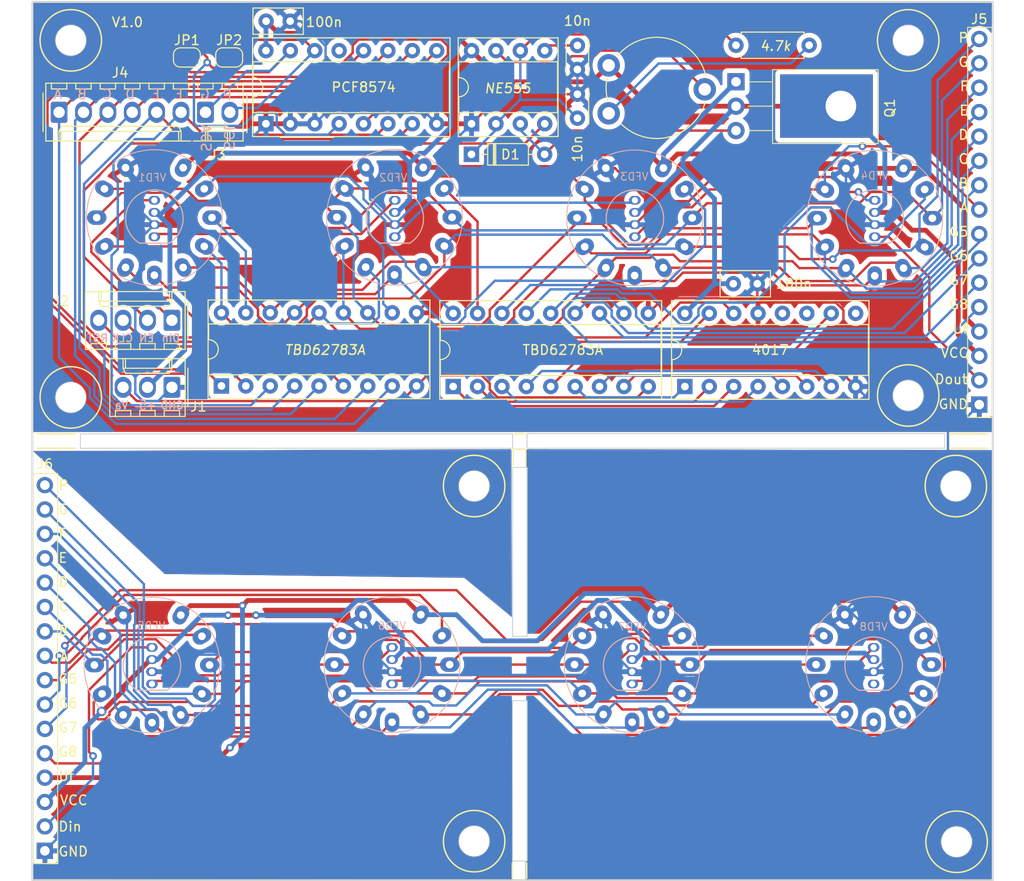
<source format=kicad_pcb>
(kicad_pcb (version 20221018) (generator pcbnew)
  (layers (0 "F.Cu" signal) (31 "B.Cu" signal) (34 "B.Paste" user) (35 "F.Paste" user) (36 "B.SilkS" user "B.Silkscreen") (37 "F.SilkS" user "F.Silkscreen") (38 "B.Mask" user) (39 "F.Mask" user) (44 "Edge.Cuts" user))
  (net 0 "")
  (net 1 "GND")
  (net 2 "Net-(D1-K)")
  (net 3 "+5V")
  (net 4 "Net-(D1-A)")
  (net 5 "/a'")
  (net 6 "/CLK")
  (net 7 "/RST")
  (net 8 "Net-(LED1-Dout)")
  (net 9 "/P")
  (net 10 "/G")
  (net 11 "/F")
  (net 12 "/E")
  (net 13 "/D")
  (net 14 "/C")
  (net 15 "/B")
  (net 16 "/A")
  (net 17 "/Uf")
  (net 18 "/b'")
  (net 19 "/G8")
  (net 20 "/G7")
  (net 21 "/G6")
  (net 22 "/G5")
  (net 23 "Net-(U3-O4)")
  (net 24 "Net-(U3-O3)")
  (net 25 "/c'")
  (net 26 "/d'")
  (net 27 "Net-(LED2-Dout)")
  (net 28 "Net-(LED3-Dout)")
  (net 29 "/e'")
  (net 30 "/f'")
  (net 31 "/g'")
  (net 32 "/p'")
  (net 33 "/Din")
  (net 34 "/EN")
  (net 35 "Net-(J3-Pin_1)")
  (net 36 "/SCL")
  (net 37 "Net-(J5-Pin_2)")
  (net 38 "Net-(LED5-Dout)")
  (net 39 "Net-(LED6-Dout)")
  (net 40 "Net-(LED7-Dout)")
  (net 42 "Net-(U3-O2)")
  (net 43 "Net-(U3-O1)")
  (net 44 "Net-(R1-Pad1)")
  (net 45 "/+5V'")
  (net 46 "/Uf'")
  (net 47 "VAA")
  (net 48 "Net-(J6-Pin_2)")
  (net 49 "Net-(J6-Pin_5)")
  (net 50 "Net-(J6-Pin_6)")
  (net 51 "Net-(J6-Pin_7)")
  (net 52 "Net-(J6-Pin_8)")
  (net 53 "Net-(J6-Pin_9)")
  (net 54 "Net-(J6-Pin_10)")
  (net 55 "Net-(J6-Pin_11)")
  (net 56 "Net-(J6-Pin_12)")
  (net 57 "Net-(J6-Pin_13)")
  (net 58 "Net-(J6-Pin_14)")
  (net 59 "Net-(J6-Pin_15)")
  (net 60 "Net-(J6-Pin_16)")
  (net 61 "Net-(U2-Q5)")
  (net 62 "Net-(U2-Q1)")
  (net 63 "Net-(U2-Q0)")
  (net 64 "Net-(U2-Q2)")
  (net 65 "Net-(U2-Q6)")
  (net 66 "Net-(U2-Q7)")
  (net 67 "Net-(U2-Q3)")
  (net 69 "Net-(U2-Q4)")
  (net 73 "Net-(U1-CV)")
  (net 74 "Net-(U1-DIS)")
  (footprint "parts:MountingHole_3.2mm_M3" (layer "F.Cu") (at 98.7112 76.077)
    (fp_text reference "M4" hide)
    (fp_text value "MountingHole_3.2mm_M3" hide)
    (fp_circle (center 0 0) (end 1.6 0) (stroke (width 0.05)) (fill none) (layer "Edge.Cuts"))
  )
  (footprint "Diode_THT:D_DO-35_SOD27_P7.62mm_Horizontal" (layer "F.Cu") (at 140.4312 50.752)
    (fp_text reference "D1")
    (fp_text value "1N4001")
  )
  (footprint "parts:MountingHole_3.2mm_M3" (layer "F.Cu") (at 190.8716 85.312)
    (fp_text reference "M7" hide)
    (fp_text value "MountingHole_3.2mm_M3" hide)
    (fp_circle (center 0 0) (end 1.6 0) (stroke (width 0.05)) (fill none) (layer "Edge.Cuts"))
  )
  (footprint "Package_DIP:DIP-8_W7.62mm_Socket" (layer "F.Cu") (at 140.4412 47.567 90)
    (fp_text reference "U1" hide)
    (fp_text value "NE555")
  )
  (footprint "Jumper:SolderJumper-2_P1.3mm_Open_RoundedPad1.0x1.5mm" (layer "F.Cu") (at 115.2012 40.657)
    (fp_text reference "JP2")
    (fp_text value "SolderJumper_2_Open")
  )
  (footprint "Package_DIP:DIP-16_W7.62mm_Socket" (layer "F.Cu") (at 119.0312 47.567 90)
    (fp_text reference "U4")
    (fp_text value "PCF8574")
  )
  (footprint "parts:TO-126-3" (layer "F.Cu") (at 171.7862 49.787 -90)
    (fp_text reference "Q1")
    (fp_text value "BD437")
  )
  (footprint "Capacitor_THT:C_Disc_D5.0mm_W2.5mm_P2.50mm" (layer "F.Cu") (at 167.6962 64.232)
    (fp_text reference "C4" hide)
    (fp_text value "100n")
  )
  (footprint "parts:MountingHole_3.2mm_M3" (layer "F.Cu") (at 140.7112 85.312)
    (fp_text reference "M6" hide)
    (fp_text value "MountingHole_3.2mm_M3" hide)
    (fp_circle (center 0 0) (end 1.6 0) (stroke (width 0.05)) (fill none) (layer "Edge.Cuts"))
  )
  (footprint "Package_DIP:DIP-18_W7.62mm_Socket" (layer "F.Cu") (at 114.3962 74.882 90)
    (fp_text reference "U5")
    (fp_text value "TBD62783A")
  )
  (footprint "parts:MountingHole_3.2mm_M3" (layer "F.Cu") (at 140.7112 122.312)
    (fp_text reference "M9" hide)
    (fp_text value "MountingHole_3.2mm_M3" hide)
    (fp_circle (center 0 0) (end 1.6 0) (stroke (width 0.05)) (fill none) (layer "Edge.Cuts"))
  )
  (footprint "Capacitor_THT:C_Disc_D3.4mm_W2.1mm_P2.50mm" (layer "F.Cu") (at 151.4662 39.407 -90)
    (fp_text reference "C1" hide)
    (fp_text value "10n")
  )
  (footprint "Capacitor_THT:C_Disc_D3.4mm_W2.1mm_P2.50mm" (layer "F.Cu") (at 151.4662 46.987 90)
    (fp_text reference "C2" hide)
    (fp_text value "10n")
  )
  (footprint "parts:conn_extender" (layer "F.Cu") (at 96.0112 123.317 180)
    (fp_text reference "J6")
    (fp_text value "Conn_01x16")
  )
  (footprint "parts:MountingHole_3.2mm_M3" (layer "F.Cu") (at 185.9112 75.877)
    (fp_text reference "M3" hide)
    (fp_text value "MountingHole_3.2mm_M3" hide)
    (fp_circle (center 0 0) (end 1.6 0) (stroke (width 0.05)) (fill none) (layer "Edge.Cuts"))
  )
  (footprint "Resistor_THT:R_Axial_DIN0207_L6.3mm_D2.5mm_P7.62mm_Horizontal" (layer "F.Cu") (at 175.5962 39.387 180)
    (fp_text reference "R1" hide)
    (fp_text value "4.7k")
  )
  (footprint "parts:MountingHole_3.2mm_M3" (layer "F.Cu") (at 98.7112 38.877)
    (fp_text reference "M1" hide)
    (fp_text value "MountingHole_3.2mm_M3" hide)
    (fp_circle (center 0 0) (end 1.6 0) (stroke (width 0.05)) (fill none) (layer "Edge.Cuts"))
  )
  (footprint "Package_DIP:DIP-18_W7.62mm_Socket" (layer "F.Cu") (at 138.5262 74.942 90)
    (fp_text reference "U3")
    (fp_text value "TBD62783A")
  )
  (footprint "parts:conn_I2C" (layer "F.Cu") (at 112.7312 46.372)
    (fp_text reference "J3")
    (fp_text value "Conn_01x02")
  )
  (footprint "Package_DIP:DIP-16_W7.62mm_Socket" (layer "F.Cu") (at 162.6562 74.942 90)
    (fp_text reference "U2" hide)
    (fp_text value "4017")
  )
  (footprint "parts:conn_extender" (layer "F.Cu") (at 193.3112 76.8316 180)
    (fp_text reference "J5")
    (fp_text value "Conn_01x16")
  )
  (footprint "Capacitor_THT:C_Disc_D5.0mm_W2.5mm_P2.50mm" (layer "F.Cu") (at 119.0512 36.877)
    (fp_text reference "C3" hide)
    (fp_text value "100n")
  )
  (footprint "Connector_Molex:Molex_KK-254_AE-6410-04A_1x04_P2.54mm_Vertical" (layer "F.Cu") (at 109.2362 68.042 180)
    (fp_text reference "J2")
    (fp_text value "Conn_01x04")
  )
  (footprint "Connector_Molex:Molex_KK-254_AE-6410-03A_1x03_P2.54mm_Vertical" (layer "F.Cu") (at 109.2362 75.027 180)
    (fp_text reference "J1")
    (fp_text value "Conn_01x03")
  )
  (footprint "parts:conn_option2_PIO" (layer "F.Cu") (at 97.4912 46.372)
    (fp_text reference "J4")
    (fp_text value "Conn_01x06")
  )
  (footprint "Jumper:SolderJumper-2_P1.3mm_Open_RoundedPad1.0x1.5mm" (layer "F.Cu") (at 110.8012 40.657)
    (fp_text reference "JP1")
    (fp_text value "SolderJumper_2_Open")
  )
  (footprint "parts:MountingHole_3.2mm_M3" (layer "F.Cu") (at 185.9112 38.877)
    (fp_text reference "M2" hide)
    (fp_text value "MountingHole_3.2mm_M3" hide)
    (fp_circle (center 0 0) (end 1.6 0) (stroke (width 0.05)) (fill none) (layer "Edge.Cuts"))
  )
  (footprint "Potentiometer_THT:Potentiometer_Piher_PT-10-V10_Vertical" (layer "F.Cu") (at 154.7212 46.482)
    (fp_text reference "RV1")
    (fp_text value "4.7k")
  )
  (footprint "parts:MountingHole_3.2mm_M3" (layer "F.Cu") (at 190.9512 122.377)
    (fp_text reference "M10" hide)
    (fp_text value "MountingHole_3.2mm_M3" hide)
    (fp_circle (center 0 0) (end 1.6 0) (stroke (width 0.05)) (fill none) (layer "Edge.Cuts"))
  )
  (footprint "parts:LED_PL9823-F5" (layer "B.Cu") (at 157.1612 104.062 90)
    (fp_text reference "LED7" hide)
    (fp_text value "PL9823")
  )
  (footprint "parts:LED_PL9823-F5" (layer "B.Cu") (at 157.4512 57.477 90)
    (fp_text reference "LED3" hide)
    (fp_text value "PL9823")
  )
  (footprint "parts:VFD-IV11" (layer "B.Cu") (at 182.3112 103.9158)
    (fp_text reference "VFD8")
    (fp_text value "IV-11")
  )
  (footprint "parts:VFD-IV11" (layer "B.Cu") (at 132.1612 103.9158)
    (fp_text reference "VFD6")
    (fp_text value "IV-11")
  )
  (footprint "parts:VFD-IV11" (layer "B.Cu") (at 132.4165 57.3114)
    (fp_text reference "VFD2")
    (fp_text value "IV-11")
  )
  (footprint "parts:VFD-IV11" (layer "B.Cu") (at 157.1612 103.9158)
    (fp_text reference "VFD7")
    (fp_text value "IV-11")
  )
  (footprint "parts:LED_PL9823-F5" (layer "B.Cu") (at 182.4273 57.477 90)
    (fp_text reference "LED4" hide)
    (fp_text value "PL9823")
  )
  (footprint "parts:LED_PL9823-F5" (layer "B.Cu") (at 132.4512 57.477 90)
    (fp_text reference "LED2" hide)
    (fp_text value "PL9823")
  )
  (footprint "parts:LED_PL9823-F5" (layer "B.Cu") (at 107.1612 104.062 90)
    (fp_text reference "LED5" hide)
    (fp_text value "PL9823")
  )
  (footprint "parts:VFD-IV11" (layer "B.Cu") (at 107.4112 57.3442)
    (fp_text reference "VFD1")
    (fp_text value "IV-11")
  )
  (footprint "parts:LED_PL9823-F5" (layer "B.Cu") (at 132.1612 104.062 90)
    (fp_text reference "LED6" hide)
    (fp_text value "LED-PL9823")
  )
  (footprint "parts:VFD-IV11" (layer "B.Cu") (at 157.4219 57.377)
    (fp_text reference "VFD3")
    (fp_text value "IV-11")
  )
  (footprint "parts:LED_PL9823-F5" (layer "B.Cu") (at 107.4112 57.477 90)
    (fp_text reference "LED1" hide)
    (fp_text value "PL9823")
  )
  (footprint "parts:VFD-IV11" (layer "B.Cu") (at 107.165 103.962)
    (fp_text reference "VFD5")
    (fp_text value "IV-11")
  )
  (footprint "parts:VFD-IV11" (layer "B.Cu") (at 182.4273 57.4098)
    (fp_text reference "VFD4")
    (fp_text value "IV-11")
  )
  (footprint "parts:LED_PL9823-F5" (layer "B.Cu") (at 182.3112 104.062 90)
    (fp_text reference "LED8" hide)
    (fp_text value "PL9823")
  )
  (gr_line (start 144.6862 124.572) (end 144.6862 126.172) (stroke (width 0.15)) (layer "F.SilkS"))
  (gr_line (start 99.2112 81.377) (end 95.2112 81.377) (stroke (width 0.15)) (layer "F.SilkS"))
  (gr_line (start 146.1862 124.572) (end 146.1862 126.172) (stroke (width 0.15)) (layer "F.SilkS"))
  (gr_line (start 99.2112 79.877) (end 95.2112 79.877) (stroke (width 0.15)) (layer "F.SilkS"))
  (gr_line (start 144.8862 79.872) (end 145.9862 79.872) (stroke (width 0.15)) (layer "F.SilkS"))
  (gr_line (start 190.2112 81.377) (end 194.2112 81.377) (stroke (width 0.15)) (layer "F.SilkS"))
  (gr_line (start 144.7862 81.472) (end 146.0862 81.472) (stroke (width 0.15)) (layer "F.SilkS"))
  (gr_line (start 144.7862 81.472) (end 144.7862 83.172) (stroke (width 0.15)) (layer "F.SilkS"))
  (gr_line (start 190.2112 79.877) (end 194.2112 79.877) (stroke (width 0.15)) (layer "F.SilkS"))
  (gr_line (start 146.0862 83.272) (end 146.0862 81.472) (stroke (width 0.15)) (layer "F.SilkS"))
  (gr_rect (start 144.7112 83.377) (end 146.2112 100.977) (stroke (width 0.1)) (fill none) (layer "Edge.Cuts"))
  (gr_rect (start 99.7112 79.877) (end 144.7112 81.377) (stroke (width 0.1)) (fill none) (layer "Edge.Cuts"))
  (gr_rect (start 146.2112 79.8516) (end 189.7112 81.377) (stroke (width 0.1)) (fill none) (layer "Edge.Cuts"))
  (gr_rect (start 144.7112 107.677) (end 146.2112 124.377) (stroke (width 0.1)) (fill none) (layer "Edge.Cuts"))
  (gr_poly (pts (xy 94.7112 34.877) (xy 94.7112 126.377) (xy 144.7112 126.377) (xy 146.2112 126.377) (xy 194.7112 126.377) (xy 194.7112 34.877)) (stroke (width 0.2)) (fill none) (layer "Edge.Cuts"))
  (gr_text "Din" (at 110.1862 70.372) (layer "B.SilkS") (effects (font (size 0.8 0.8)) (justify left bottom mirror)))
  (gr_text "D" (at 105.4862 45.072) (layer "B.SilkS") (effects (font (size 1 1)) (justify left bottom mirror)))
  (gr_text "Va" (at 104.7862 77.372) (layer "B.SilkS") (effects (font (size 0.8 0.8)) (justify left bottom mirror)))
  (gr_text "G" (at 113.2862 45.072) (layer "B.SilkS") (effects (font (size 1 1)) (justify left bottom mirror)))
  (gr_text "F" (at 110.4862 45.072) (layer "B.SilkS") (effects (font (size 1 1)) (justify left bottom mirror)))
  (gr_text "+5" (at 107.6862 77.472) (layer "B.SilkS") (effects (font (size 1 0.8)) (justify left bottom mirror)))
  (gr_text "C" (at 103.0862 45.072) (layer "B.SilkS") (effects (font (size 1 1)) (justify left bottom mirror)))
  (gr_text "E" (at 108.0862 45.072) (layer "B.SilkS") (effects (font (size 1 1)) (justify left bottom mirror)))
  (gr_text "SDA" (at 112.1862 50.572 -90) (layer "B.SilkS") (effects (font (size 1 1)) (justify left bottom mirror)))
  (gr_text "EN" (at 107.4862 70.372) (layer "B.SilkS") (effects (font (size 0.8 0.8)) (justify left bottom mirror)))
  (gr_text "RST" (at 102.6862 70.372) (layer "B.SilkS") (effects (font (size 0.8 0.8)) (justify left bottom mirror)))
  (gr_text "P" (at 115.5862 45.172) (layer "B.SilkS") (effects (font (size 1 1)) (justify left bottom mirror)))
  (gr_text "GND" (at 110.5862 77.372) (layer "B.SilkS") (effects (font (size 0.8 0.8)) (justify left bottom mirror)))
  (gr_text "SCL" (at 114.5862 50.372 -90) (layer "B.SilkS") (effects (font (size 1 1)) (justify left bottom mirror)))
  (gr_text "CLK" (at 105.2862 70.372) (layer "B.SilkS") (effects (font (size 0.8 0.8)) (justify left bottom mirror)))
  (gr_text "A" (at 97.8862 45.072) (layer "B.SilkS") (effects (font (size 1 1)) (justify left bottom mirror)))
  (gr_text "B" (at 100.4862 45.072) (layer "B.SilkS") (effects (font (size 1 1)) (justify left bottom mirror)))
  (gr_text "GND" (at 97.3412 123.982) (layer "F.SilkS") (effects (font (size 1 1)) (justify left bottom)))
  (gr_text "B" (at 97.3412 100.957796) (layer "F.SilkS") (effects (font (size 1 1)) (justify left bottom)))
  (gr_text "C" (at 97.3412 98.43233) (layer "F.SilkS") (effects (font (size 1 1)) (justify left bottom)))
  (gr_text "G5" (at 97.3412 106.008728) (layer "F.SilkS") (effects (font (size 1 1)) (justify left bottom)))
  (gr_text "D" (at 97.3412 95.906864) (layer "F.SilkS") (effects (font (size 1 1)) (justify left bottom)))
  (gr_text "V1.0" (at 102.8862 37.572) (layer "F.SilkS") (effects (font (size 1 1)) (justify left bottom)))
  (gr_text "VCC" (at 189.201295 72.026058) (layer "F.SilkS") (effects (font (size 1 1)) (justify left bottom)))
  (gr_text "G" (at 191.058438 41.720466) (layer "F.SilkS") (effects (font (size 1 1)) (justify left bottom)))
  (gr_text "P" (at 97.3412 85.805) (layer "F.SilkS") (effects (font (size 1 1)) (justify left bottom)))
  (gr_text "A" (at 191.201295 56.873262) (layer "F.SilkS") (effects (font (size 1 1)) (justify left bottom)))
  (gr_text "Din" (at 97.3412 121.382) (layer "F.SilkS") (effects (font (size 1 1)) (justify left bottom)))
  (gr_text "Uf" (at 97.3412 116.110592) (layer "F.SilkS") (effects (font (size 1 1)) (justify left bottom)))
  (gr_text "G" (at 97.3412 88.330466) (layer "F.SilkS") (effects (font (size 1 1)) (justify left bottom)))
  (gr_text "P" (at 191.058438 39.195) (layer "F.SilkS") (effects (font (size 1 1)) (justify left bottom)))
  (gr_text "F" (at 191.201295 44.245932) (layer "F.SilkS") (effects (font (size 1 1)) (justify left bottom)))
  (gr_text "G7" (at 190.106057 64.44966) (layer "F.SilkS") (effects (font (size 1 1)) (justify left bottom)))
  (gr_text "G7" (at 97.3412 111.05966) (layer "F.SilkS") (effects (font (size 1 1)) (justify left bottom)))
  (gr_text "G6" (at 97.3412 108.534194) (layer "F.SilkS") (effects (font (size 1 1)) (justify left bottom)))
  (gr_text "Uf" (at 190.43939 69.500592) (layer "F.SilkS") (effects (font (size 1 1)) (justify left bottom)))
  (gr_text "G8" (at 190.106057 66.975126) (layer "F.SilkS") (effects (font (size 1 1)) (justify left bottom)))
  (gr_text "D" (at 191.058438 49.296864) (layer "F.SilkS") (effects (font (size 1 1)) (justify left bottom)))
  (gr_text "B" (at 191.058438 54.347796) (layer "F.SilkS") (effects (font (size 1 1)) (justify left bottom)))
  (gr_text "A" (at 97.4862 103.672) (layer "F.SilkS") (effects (font (size 1 1)) (justify left bottom)))
  (gr_text "E" (at 97.3412 93.381398) (layer "F.SilkS") (effects (font (size 1 1)) (justify left bottom)))
  (gr_text "E" (at 191.153676 46.771398) (layer "F.SilkS") (effects (font (size 1 1)) (justify left bottom)))
  (gr_text "F" (at 97.3412 90.855932) (layer "F.SilkS") (effects (font (size 1 1)) (justify left bottom)))
  (gr_text "Dout" (at 188.5862 74.772) (layer "F.SilkS") (effects (font (size 1 1)) (justify left bottom)))
  (gr_text "G5" (at 190.106057 59.398728) (layer "F.SilkS") (effects (font (size 1 1)) (justify left bottom)))
  (gr_text "GND" (at 188.9862 77.372) (layer "F.SilkS") (effects (font (size 1 1)) (justify left bottom)))
  (gr_text "G6" (at 190.106057 61.924194) (layer "F.SilkS") (effects (font (size 1 1)) (justify left bottom)))
  (gr_text "VCC" (at 97.4862 118.636058) (layer "F.SilkS") (effects (font (size 1 1)) (justify left bottom)))
  (gr_text "C" (at 191.058438 51.82233) (layer "F.SilkS") (effects (font (size 1 1)) (justify left bottom)))
  (gr_text "G8" (at 97.3412 113.585126) (layer "F.SilkS") (effects (font (size 1 1)) (justify left bottom)))
  (segment (start 170.1962 65.7416) (end 170.2762 65.8216) (width 0.25) (layer "F.Cu") (net 1))
  (segment (start 163.0492 52.2137) (end 159.9368 55.3261) (width 0.25) (layer "F.Cu") (net 1))
  (segment (start 138.9712 63.007) (end 134.7162 67.262) (width 0.25) (layer "F.Cu") (net 1))
  (segment (start 180.4362 74.942) (end 179.1662 73.672) (width 0.25) (layer "F.Cu") (net 1))
  (segment (start 132.4512 58.077) (end 137.0683 58.077) (width 0.25) (layer "F.Cu") (net 1))
  (segment (start 143.5212 44.487) (end 140.4412 47.567) (width 0.25) (layer "F.Cu") (net 1))
  (segment (start 137.0683 58.077) (end 138.9712 59.9799) (width 0.25) (layer "F.Cu") (net 1))
  (segment (start 170.2762 66.1877) (end 170.2762 67.322) (width 0.25) (layer "F.Cu") (net 1))
  (segment (start 151.4662 44.487) (end 143.5212 44.487) (width 0.25) (layer "F.Cu") (net 1))
  (segment (start 179.4273 52.2137) (end 163.0492 52.2137) (width 0.25) (layer "F.Cu") (net 1))
  (segment (start 159.9368 55.3261) (end 158.5156 55.3261) (width 0.25) (layer "F.Cu") (net 1))
  (segment (start 138.9712 59.9799) (end 138.9712 63.007) (width 0.25) (layer "F.Cu") (net 1))
  (segment (start 158.5156 57.0126) (end 157.4512 58.077) (width 0.25) (layer "F.Cu") (net 1))
  (segment (start 170.1962 64.232) (end 170.1962 65.7416) (width 0.25) (layer "F.Cu") (net 1))
  (segment (start 170.2762 65.8216) (end 170.2762 66.1877) (width 0.25) (layer "F.Cu") (net 1))
  (segment (start 140.4412 47.567) (end 136.8112 47.567) (width 0.25) (layer "F.Cu") (net 1))
  (segment (start 121.5712 47.567) (end 124.1112 47.567) (width 0.25) (layer "F.Cu") (net 1))
  (segment (start 119.0312 47.567) (end 121.5712 47.567) (width 0.25) (layer "F.Cu") (net 1))
  (segment (start 179.1662 66.9931) (end 178.3608 66.1877) (width 0.25) (layer "F.Cu") (net 1))
  (segment (start 155.3704 52.1809) (end 158.5156 55.3261) (width 0.25) (layer "F.Cu") (net 1))
  (segment (start 178.3608 66.1877) (end 170.2762 66.1877) (width 0.25) (layer "F.Cu") (net 1))
  (segment (start 158.5156 55.3261) (end 158.5156 57.0126) (width 0.25) (layer "F.Cu") (net 1))
  (segment (start 179.1662 73.672) (end 179.1662 66.9931) (width 0.25) (layer "F.Cu") (net 1))
  (segment (start 154.4219 52.1809) (end 155.3704 52.1809) (width 0.25) (layer "F.Cu") (net 1))
  (segment (start 160.4266 65.7416) (end 158.8462 67.322) (width 0.25) (layer "F.Cu") (net 1))
  (segment (start 170.1962 65.7416) (end 160.4266 65.7416) (width 0.25) (layer "F.Cu") (net 1))
  (segment (start 135.6672 54.861) (end 132.4733 58.0549) (width 0.25) (layer "B.Cu") (net 1))
  (segment (start 108.4943 104.662) (end 107.1612 104.662) (width 0.25) (layer "B.Cu") (net 1))
  (segment (start 109.9442 49.8455) (end 106.0264 53.7633) (width 0.25) (layer "B.Cu") (net 1))
  (segment (start 154.6919 102.1927) (end 154.1612 101.662) (width 0.25) (layer "B.Cu") (net 1))
  (segment (start 135.6672 54.4623) (end 135.6672 54.861) (width 0.25) (layer "B.Cu") (net 1))
  (segment (start 183.272 103.7012) (end 182.3112 104.662) (width 0.25) (layer "B.Cu") (net 1))
  (segment (start 110.2705 102.8858) (end 108.4943 104.662) (width 0.25) (layer "B.Cu") (net 1))
  (segment (start 106.5829 108.5608) (end 107.5435 108.5608) (width 0.25) (layer "B.Cu") (net 1))
  (segment (start 122.6559 36.877) (end 125.2442 39.4653) (width 0.25) (layer "B.Cu") (net 1))
  (segment (start 170.1962 61.1838) (end 175.6756 55.7044) (width 0.25) (layer "B.Cu") (net 1))
  (segment (start 108.8133 109.8306) (end 108.8133 110.5149) (width 0.25) (layer "B.Cu") (net 1))
  (segment (start 151.4662 41.907) (end 151.4662 44.487) (width 0.25) (layer "B.Cu") (net 1))
  (segment (start 180.4362 74.942) (end 183.8217 78.3275) (width 0.25) (layer "B.Cu") (net 1))
  (segment (start 108.8133 110.5149) (end 111.4042 110.5149) (width 0.25) (layer "B.Cu") (net 1))
  (segment (start 107.8158 76.4474) (end 109.2362 75.027) (width 0.25) (layer "B.Cu") (net 1))
  (segment (start 132.4903 104.9911) (end 132.1612 104.662) (width 0.25) (layer "B.Cu") (net 1))
  (segment (start 140.4412 47.567) (end 138.1482 49.86) (width 0.25) (layer "B.Cu") (net 1))
  (segment (start 132.4733 58.0549) (end 129.8668 55.4484) (width 0.2) (layer "B.Cu") (net 1))
  (segment (start 151.8935 104.9911) (end 132.4903 104.9911) (width 0.25) (layer "B.Cu") (net 1))
  (segment (start 106.3358 59.1524) (end 106.3358 62.6878) (width 0.25) (layer "B.Cu") (net 1))
  (segment (start 157.1612 104.662) (end 154.6919 102.1927) (width 0.25) (layer "B.Cu") (net 1))
  (segment (start 106.0264 56.6922) (end 107.4112 58.077) (width 0.25) (layer "B.Cu") (net 1))
  (segment (start 107.4112 58.077) (end 106.3358 59.1524) (width 0.25) (layer "B.Cu") (net 1))
  (segment (start 179.4273 55.077) (end 182.4273 58.077) (width 0.25) (layer "B.Cu") (net 1))
  (segment (start 114.5243 107.3948) (end 114.5243 102.8858) (width 0.25) (layer "B.Cu") (net 1))
  (segment (start 190.0485 78.3275) (end 190.0485 81.9402) (width 0.25) (layer "B.Cu") (net 1))
  (segment (start 125.2442 46.434) (end 124.1112 47.567) (width 0.25) (layer "B.Cu") (net 1))
  (segment (start 121.5512 36.877) (end 122.6559 36.877) (width 0.25) (layer "B.Cu") (net 1))
  (segment (start 125.2442 39.4653) (end 125.2442 46.434) (width 0.25) (layer "B.Cu") (net 1))
  (segment (start 96.0112 123.317) (end 108.8133 110.5149) (width 0.25) (layer "B.Cu") (net 1))
  (segment (start 129.7165 102.2173) (end 129.1612 102.2173) (width 0.25) (layer "B.Cu") (net 1))
  (segment (start 179.3112 98.7197) (end 179.7651 98.2658) (width 0.25) (layer "B.Cu") (net 1))
  (segment (start 104.5609 99.1618) (end 104.5609 106.5388) (width 0.25) (layer "B.Cu") (net 1))
  (segment (start 129.8668 55.4484) (end 129.8668 52.5656) (width 0.25) (layer "B.Cu") (net 1))
  (segment (start 119.0312 47.567) (end 116.7527 49.8455) (width 0.25) (layer "B.Cu") (net 1))
  (segment (start 104.4112 52.1481) (end 106.0264 53.7633) (width 0.25) (layer "B.Cu") (net 1))
  (segment (start 190.0485 81.9402) (end 180.3339 91.6548) (width 0.25) (layer "B.Cu") (net 1))
  (segment (start 104.165 98.7659) (end 104.5609 99.1618) (width 0.25) (layer "B.Cu") (net 1))
  (segment (start 111.4042 110.5149) (end 114.5243 107.3948) (width 0.25) (layer "B.Cu") (net 1))
  (segment (start 138.1482 51.9813) (end 135.6672 54.4623) (width 0.25) (layer "B.Cu") (net 1))
  (segment (start 180.3339 97.3006) (end 179.765 97.8695) (width 0.25) (layer "B.Cu") (net 1))
  (segment (start 179.7651 98.2658) (end 183.272 101.7728) (width 0.25) (layer "B.Cu") (net 1))
  (segment (start 170.1962 64.232) (end 170.1962 61.1838) (width 0.25) (layer "B.Cu") (net 1))
  (segment (start 154.1612 101.662) (end 154.1612 98.7197) (width 0.25) (layer "B.Cu") (net 1))
  (segment (start 179.4273 52.2137) (end 179.4273 55.077) (width 0.25) (layer "B.Cu") (net 1))
  (segment (start 107.5435 108.5608) (end 108.8133 109.8306) (width 0.25) (layer "B.Cu") (net 1))
  (segment (start 104.5609 106.5388) (end 106.5829 108.5608) (width 0.25) (layer "B.Cu") (net 1))
  (segment (start 180.3339 91.6548) (end 180.3339 97.3006) (width 0.25) (layer "B.Cu") (net 1))
  (segment (start 129.8668 52.5656) (end 129.4165 52.1153) (width 0.25) (layer "B.Cu") (net 1))
  (segment (start 157.5016 105.0024) (end 157.1612 104.662) (width 0.25) (layer "B.Cu") (net 1))
  (segment (start 179.765 98.2658) (end 179.7651 98.2658) (width 0.25) (layer "B.Cu") (net 1))
  (segment (start 135.6782 46.434) (end 125.2442 46.434) (width 0.25) (layer "B.Cu") (net 1))
  (segment (start 114.5243 102.8858) (end 114.2862 102.8858) (width 0.25) (layer "B.Cu") (net 1))
  (segment (start 152.8408 50.5998) (end 152.8408 45.8616) (width 0.25) (layer "B.Cu") (net 1))
  (segment (start 183.8217 78.3275) (end 190.0485 78.3275) (width 0.25) (layer "B.Cu") (net 1))
  (segment (start 106.1993 76.4474) (end 107.8158 76.4474) (width 0.25) (layer "B.Cu") (net 1))
  (segment (start 191.8153 78.3275) (end 193.3112 76.8316) (width 0.25) (layer "B.Cu") (net 1))
  (segment (start 181.9708 105.0024) (end 157.5016 105.0024) (width 0.25) (layer "B.Cu") (net 1))
  (segment (start 154.4219 52.1809) (end 152.8408 50.5998) (width 0.25) (layer "B.Cu") (net 1))
  (segment (start 132.4733 58.0549) (end 132.4512 58.077) (width 0.25) (layer "B.Cu") (net 1))
  (segment (start 132.1612 104.662) (end 129.7165 102.2173) (width 0.25) (layer "B.Cu") (net 1))
  (segment (start 190.0485 78.3275) (end 191.8153 78.3275) (width 0.25) (layer "B.Cu") (net 1))
  (segment (start 105.4262 63.5974) (end 105.4262 75.6743) (width 0.25) (layer "B.Cu") (net 1))
  (segment (start 183.272 101.7728) (end 183.272 103.7012) (width 0.25) (layer "B.Cu") (net 1))
  (segment (start 114.2862 102.8858) (end 110.2705 102.8858) (width 0.25) (layer "B.Cu") (net 1))
  (segment (start 138.1482 49.86) (end 138.1482 51.9813) (width 0.25) (layer "B.Cu") (net 1))
  (segment (start 105.4262 75.6743) (end 106.1993 76.4474) (width 0.25) (layer "B.Cu") (net 1))
  (segment (start 136.8112 47.567) (end 135.6782 46.434) (width 0.25) (layer "B.Cu") (net 1))
  (segment (start 116.7527 49.8455) (end 109.9442 49.8455) (width 0.25) (layer "B.Cu") (net 1))
  (segment (start 129.1612 102.2173) (end 129.1612 98.7197) (width 0.25) (layer "B.Cu") (net 1))
  (segment (start 152.8408 45.8616) (end 151.4662 44.487) (width 0.25) (layer "B.Cu") (net 1))
  (segment (start 179.765 97.8695) (end 179.765 98.2658) (width 0.25) (layer "B.Cu") (net 1))
  (segment (start 182.3112 104.662) (end 181.9708 105.0024) (width 0.25) (layer "B.Cu") (net 1))
  (segment (start 154.6919 102.1927) (end 151.8935 104.9911) (width 0.25) (layer "B.Cu") (net 1))
  (segment (start 106.3358 62.6878) (end 105.4262 63.5974) (width 0.25) (layer "B.Cu") (net 1))
  (segment (start 178.7999 55.7044) (end 179.4273 55.077) (width 0.25) (layer "B.Cu") (net 1))
  (segment (start 175.6756 55.7044) (end 178.7999 55.7044) (width 0.25) (layer "B.Cu") (net 1))
  (segment (start 106.0264 53.7633) (end 106.0264 56.6922) (width 0.25) (layer "B.Cu") (net 1))
  (segment (start 166.848 38.2588) (end 147.2094 38.2588) (width 0.25) (layer "F.Cu") (net 2))
  (segment (start 167.9762 39.387) (end 166.848 38.2588) (width 0.25) (layer "F.Cu") (net 2))
  (segment (start 147.2094 38.2588) (end 145.5212 39.947) (width 0.25) (layer "F.Cu") (net 2))
  (segment (start 145.5212 45.0686) (end 145.4796 45.0686) (width 0.25) (layer "B.Cu") (net 2))
  (segment (start 142.9812 48.202) (end 140.4312 50.752) (width 0.25) (layer "B.Cu") (net 2))
  (segment (start 149.5478 45.0686) (end 145.5212 45.0686) (width 0.25) (layer "B.Cu") (net 2))
  (segment (start 151.4662 46.987) (end 149.5478 45.0686) (width 0.25) (layer "B.Cu") (net 2))
  (segment (start 145.5212 39.947) (end 145.5212 45.0686) (width 0.25) (layer "B.Cu") (net 2))
  (segment (start 145.4796 45.0686) (end 142.9812 47.567) (width 0.25) (layer "B.Cu") (net 2))
  (segment (start 142.9812 47.567) (end 142.9812 48.202) (width 0.25) (layer "B.Cu") (net 2))
  (segment (start 191.1237 69.5642) (end 191.1238 69.5642) (width 0.5) (layer "F.Cu") (net 3))
  (segment (start 154.7212 41.482) (end 158.9762 45.737) (width 0.5) (layer "F.Cu") (net 3))
  (segment (start 153.0062 43.197) (end 143.6912 43.197) (width 0.5) (layer "F.Cu") (net 3))
  (segment (start 178.8842 45.737) (end 178.8982 45.723) (width 0.5) (layer "F.Cu") (net 3))
  (segment (start 186.3095 58.6552) (end 187.7356 58.6552) (width 0.5) (layer "F.Cu") (net 3))
  (segment (start 143.6912 43.197) (end 140.4412 39.947) (width 0.5) (layer "F.Cu") (net 3))
  (segment (start 191.1237 62.0433) (end 191.1237 69.5642) (width 0.5) (layer "F.Cu") (net 3))
  (segment (start 184.4613 56.807) (end 186.3095 58.6552) (width 0.5) (layer "F.Cu") (net 3))
  (segment (start 167.9762 45.737) (end 178.8842 45.737) (width 0.5) (layer "F.Cu") (net 3))
  (segment (start 154.7212 41.482) (end 153.0062 43.197) (width 0.5) (layer "F.Cu") (net 3))
  (segment (start 182.4273 56.807) (end 184.4613 56.807) (width 0.5) (layer "F.Cu") (net 3))
  (segment (start 119.0512 36.877) (end 120.3164 38.1422) (width 0.5) (layer "F.Cu") (net 3))
  (segment (start 187.7356 58.6552) (end 191.1237 62.0433) (width 0.5) (layer "F.Cu") (net 3))
  (segment (start 138.6364 38.1422) (end 140.4412 39.947) (width 0.5) (layer "F.Cu") (net 3))
  (segment (start 191.1238 69.5642) (end 193.3112 71.7516) (width 0.5) (layer "F.Cu") (net 3))
  (segment (start 120.3164 38.1422) (end 138.6364 38.1422) (width 0.5) (layer "F.Cu") (net 3))
  (segment (start 158.9762 45.737) (end 167.9762 45.737) (width 0.5) (layer "F.Cu") (net 3))
  (segment (start 167.6962 64.232) (end 165.7462 64.232) (width 0.5) (layer "B.Cu") (net 3))
  (segment (start 183.4777 50.3025) (end 183.4777 55.9144) (width 0.5) (layer "B.Cu") (net 3))
  (segment (start 178.8982 45.723) (end 183.4777 50.3025) (width 0.5) (layer "B.Cu") (net 3))
  (segment (start 183.4777 55.9144) (end 182.5851 56.807) (width 0.5) (layer "B.Cu") (net 3))
  (segment (start 110.565 71.1582) (end 110.565 66.6944) (width 0.5) (layer "B.Cu") (net 3))
  (segment (start 132.9489 50.6198) (end 114.461 50.6198) (width 0.5) (layer "B.Cu") (net 3))
  (segment (start 140.4412 39.947) (end 138.2366 42.1516) (width 0.5) (layer "B.Cu") (net 3))
  (segment (start 135.5416 50.6436) (end 135.0215 50.6436) (width 0.5) (layer "B.Cu") (net 3))
  (segment (start 135.0215 50.6436) (end 133.9971 51.668) (width 0.5) (layer "B.Cu") (net 3))
  (segment (start 114.461 50.6198) (end 107.9361 57.1447) (width 0.5) (layer "B.Cu") (net 3))
  (segment (start 106.6962 75.027) (end 110.565 71.1582) (width 0.5) (layer "B.Cu") (net 3))
  (segment (start 119.0512 36.877) (end 119.0312 36.897) (width 0.5) (layer "B.Cu") (net 3))
  (segment (start 133.9971 51.668) (end 133.9971 55.4961) (width 0.5) (layer "B.Cu") (net 3))
  (segment (start 182.5851 56.807) (end 182.4273 56.807) (width 0.5) (layer "B.Cu") (net 3))
  (segment (start 162.449 52.0796) (end 157.7216 56.807) (width 0.5) (layer "B.Cu") (net 3))
  (segment (start 109.031 65.1604) (end 109.031 58.2396) (width 0.5) (layer "B.Cu") (net 3))
  (segment (start 133.9971 55.4961) (end 132.6862 56.807) (width 0.5) (layer "B.Cu") (net 3))
  (segment (start 107.9361 57.1447) (end 107.5984 56.807) (width 0.5) (layer "B.Cu") (net 3))
  (segment (start 165.7462 55.3768) (end 162.449 52.0796) (width 0.5) (layer "B.Cu") (net 3))
  (segment (start 119.0312 36.897) (end 119.0312 39.947) (width 0.5) (layer "B.Cu") (net 3))
  (segment (start 138.2366 42.1516) (end 138.2366 47.9486) (width 0.5) (layer "B.Cu") (net 3))
  (segment (start 138.2366 47.9486) (end 135.5416 50.6436) (width 0.5) (layer "B.Cu") (net 3))
  (segment (start 167.9762 45.737) (end 162.449 51.2642) (width 0.5) (layer "B.Cu") (net 3))
  (segment (start 132.6862 56.807) (end 132.4512 56.807) (width 0.5) (layer "B.Cu") (net 3))
  (segment (start 165.7462 64.232) (end 162.6562 67.322) (width 0.5) (layer "B.Cu") (net 3))
  (segment (start 157.7216 56.807) (end 157.4512 56.807) (width 0.5) (layer "B.Cu") (net 3))
  (segment (start 110.565 66.6944) (end 109.031 65.1604) (width 0.5) (layer "B.Cu") (net 3))
  (segment (start 133.9971 51.668) (end 132.9489 50.6198) (width 0.5) (layer "B.Cu") (net 3))
  (segment (start 107.5984 56.807) (end 107.4112 56.807) (width 0.5) (layer "B.Cu") (net 3))
  (segment (start 109.031 58.2396) (end 107.9361 57.1447) (width 0.5) (layer "B.Cu") (net 3))
  (segment (start 165.7462 64.232) (end 165.7462 55.3768) (width 0.5) (layer "B.Cu") (net 3))
  (segment (start 162.449 51.2642) (end 162.449 52.0796) (width 0.5) (layer "B.Cu") (net 3))
  (segment (start 150.5262 48.277) (end 148.0512 50.752) (width 0.25) (layer "F.Cu") (net 4))
  (segment (start 167.9762 48.277) (end 150.5262 48.277) (width 0.25) (layer "F.Cu") (net 4))
  (segment (start 148.0512 50.752) (end 145.5212 48.222) (width 0.25) (layer "B.Cu") (net 4))
  (segment (start 145.5212 48.222) (end 145.5212 47.567) (width 0.25) (layer "B.Cu") (net 4))
  (segment (start 126.0021 43.1361) (end 100.7271 43.1361) (width 0.25) (layer "F.Cu") (net 5))
  (segment (start 129.1912 39.947) (end 126.0021 43.1361) (width 0.25) (layer "F.Cu") (net 5))
  (segment (start 100.7271 43.1361) (end 97.4912 46.372) (width 0.25) (layer "F.Cu") (net 5))
  (segment (start 97.4912 46.372) (end 97.4912 71.9272) (width 0.25) (layer "B.Cu") (net 5))
  (segment (start 128.2161 78.8421) (end 132.1762 74.882) (width 0.25) (layer "B.Cu") (net 5))
  (segment (start 97.4912 71.9272) (end 100.7014 75.1374) (width 0.25) (layer "B.Cu") (net 5))
  (segment (start 100.7014 76.1096) (end 103.4339 78.8421) (width 0.25) (layer "B.Cu") (net 5))
  (segment (start 103.4339 78.8421) (end 128.2161 78.8421) (width 0.25) (layer "B.Cu") (net 5))
  (segment (start 100.7014 75.1374) (end 100.7014 76.1096) (width 0.25) (layer "B.Cu") (net 5))
  (segment (start 104.1562 68.042) (end 105.9451 69.8309) (width 0.25) (layer "F.Cu") (net 6))
  (segment (start 158.5411 69.8309) (end 162.1774 66.1946) (width 0.25) (layer "F.Cu") (net 6))
  (segment (start 162.1774 66.1946) (end 166.6088 66.1946) (width 0.25) (layer "F.Cu") (net 6))
  (segment (start 166.6088 66.1946) (end 167.7362 67.322) (width 0.25) (layer "F.Cu") (net 6))
  (segment (start 105.9451 69.8309) (end 158.5411 69.8309) (width 0.25) (layer "F.Cu") (net 6))
  (segment (start 103.8555 70.2813) (end 162.2369 70.2813) (width 0.25) (layer "F.Cu") (net 7))
  (segment (start 101.6162 68.042) (end 103.8555 70.2813) (width 0.25) (layer "F.Cu") (net 7))
  (segment (start 162.2369 70.2813) (end 165.1962 67.322) (width 0.25) (layer "F.Cu") (net 7))
  (segment (start 107.4112 59.347) (end 107.7097 59.0485) (width 0.25) (layer "F.Cu") (net 8))
  (segment (start 128.9397 59.0485) (end 132.4512 55.537) (width 0.25) (layer "F.Cu") (net 8))
  (segment (start 107.7097 59.0485) (end 128.9397 59.0485) (width 0.25) (layer "F.Cu") (net 8))
  (segment (start 121.9939 68.8769) (end 116.0111 68.8769) (width 0.25) (layer "F.Cu") (net 9))
  (segment (start 124.3518 65.7917) (end 123.2862 66.8573) (width 0.25) (layer "F.Cu") (net 9))
  (segment (start 173.298 60.377) (end 162.6181 60.377) (width 0.25) (layer "F.Cu") (net 9))
  (segment (start 134.0808 65.7917) (end 124.3518 65.7917) (width 0.25) (layer "F.Cu") (net 9))
  (segment (start 178.0579 61.6673) (end 174.5883 61.6673) (width 0.25) (layer "F.Cu") (net 9))
  (segment (start 123.2862 67.5846) (end 121.9939 68.8769) (width 0.25) (layer "F.Cu") (net 9))
  (segment (start 116.0111 68.8769) (end 114.3962 67.262) (width 0.25) (layer "F.Cu") (net 9))
  (segment (start 174.5883 61.6673) (end 173.298 60.377) (width 0.25) (layer "F.Cu") (net 9))
  (segment (start 137.6127 60.3114) (end 137.6127 62.2598) (width 0.25) (layer "F.Cu") (net 9))
  (segment (start 123.2862 66.8573) (end 123.2862 67.5846) (width 0.25) (layer "F.Cu") (net 9))
  (segment (start 137.6127 62.2598) (end 134.0808 65.7917) (width 0.25) (layer "F.Cu") (net 9))
  (via (at 178.0579 61.6673) (size 0.8) (drill 0.4) (layers "F.Cu" "B.Cu") (net 9))
  (segment (start 154.0828 59.1212) (end 138.8029 59.1212) (width 0.25) (layer "B.Cu") (net 9))
  (segment (start 114.3962 62.133) (end 112.6074 60.3442) (width 0.25) (layer "B.Cu") (net 9))
  (segment (start 138.8029 59.1212) (end 137.6127 60.3114) (width 0.25) (layer "B.Cu") (net 9))
  (segment (start 162.6181 60.377) (end 162.4186 60.5765) (width 0.25) (layer "B.Cu") (net 9))
  (segment (start 188.9703 55.0921) (end 188.9703 43.0725) (width 0.25) (layer "B.Cu") (net 9))
  (segment (start 155.5381 60.5765) (end 154.0828 59.1212) (width 0.25) (layer "B.Cu") (net 9))
  (segment (start 114.3962 67.262) (end 114.3962 62.133) (width 0.25) (layer "B.Cu") (net 9))
  (segment (start 178.0579 61.6673) (end 178.9532 60.772) (width 0.25) (layer "B.Cu") (net 9))
  (segment (start 187.6235 60.4098) (end 187.0863 59.8726) (width 0.25) (layer "B.Cu") (net 9))
  (segment (start 162.4186 60.5765) (end 155.5381 60.5765) (width 0.25) (layer "B.Cu") (net 9))
  (segment (start 178.9532 60.772) (end 186.1869 60.772) (width 0.25) (layer "B.Cu") (net 9))
  (segment (start 187.0863 56.9761) (end 188.9703 55.0921) (width 0.25) (layer "B.Cu") (net 9))
  (segment (start 188.9703 43.0725) (end 193.3112 38.7316) (width 0.25) (layer "B.Cu") (net 9))
  (segment (start 187.0863 59.8726) (end 187.0863 56.9761) (width 0.25) (layer "B.Cu") (net 9))
  (segment (start 186.1869 60.772) (end 187.0863 59.8726) (width 0.25) (layer "B.Cu") (net 9))
  (segment (start 164.9482 55.8507) (end 163.4219 57.377) (width 0.25) (layer "F.Cu") (net 10))
  (segment (start 182.0122 54.672) (end 180.8335 55.8507) (width 0.25) (layer "F.Cu") (net 10))
  (segment (start 138.4165 57.3114) (end 135.8669 54.7618) (width 0.25) (layer "F.Cu") (net 10))
  (segment (start 127.6052 58.4294) (end 114.4964 58.4294) (width 0.25) (layer "F.Cu") (net 10))
  (segment (start 131.2728 54.7618) (end 127.6052 58.4294) (width 0.25) (layer "F.Cu") (net 10))
  (segment (start 180.8335 55.8507) (end 164.9482 55.8507) (width 0.25) (layer "F.Cu") (net 10))
  (segment (start 114.4964 58.4294) (end 113.4112 57.3442) (width 0.25) (layer "F.Cu") (net 10))
  (segment (start 185.6895 54.672) (end 182.0122 54.672) (width 0.25) (layer "F.Cu") (net 10))
  (segment (start 188.4273 57.4098) (end 185.6895 54.672) (width 0.25) (layer "F.Cu") (net 10))
  (segment (start 135.8669 54.7618) (end 131.2728 54.7618) (width 0.25) (layer "F.Cu") (net 10))
  (segment (start 163.4219 57.377) (end 160.6724 60.1265) (width 0.25) (layer "B.Cu") (net 10))
  (segment (start 188.4273 57.4098) (end 189.4286 56.4085) (width 0.25) (layer "B.Cu") (net 10))
  (segment (start 116.9362 60.8692) (end 116.9362 67.262) (width 0.25) (layer "B.Cu") (net 10))
  (segment (start 160.6724 60.1265) (end 156.7257 60.1265) (width 0.25) (layer "B.Cu") (net 10))
  (segment (start 139.7759 58.6708) (end 138.4165 57.3114) (width 0.25) (layer "B.Cu") (net 10))
  (segment (start 156.7257 60.1265) (end 155.27 58.6708) (width 0.25) (layer "B.Cu") (net 10))
  (segment (start 189.4286 45.1542) (end 193.3112 41.2716) (width 0.25) (layer "B.Cu") (net 10))
  (segment (start 113.4112 57.3442) (end 116.9362 60.8692) (width 0.25) (layer "B.Cu") (net 10))
  (segment (start 155.27 58.6708) (end 139.7759 58.6708) (width 0.25) (layer "B.Cu") (net 10))
  (segment (start 189.4286 56.4085) (end 189.4286 45.1542) (width 0.25) (layer "B.Cu") (net 10))
  (segment (start 160.4219 62.5732) (end 172.5635 62.5732) (width 0.25) (layer "F.Cu") (net 11))
  (segment (start 182.0217 62.0406) (end 184.8619 62.0406) (width 0.25) (layer "F.Cu") (net 11))
  (segment (start 114.7546 62.5404) (end 119.4762 67.262) (width 0.25) (layer "F.Cu") (net 11))
  (segment (start 135.4165 62.5076) (end 134.8467 61.9378) (width 0.25) (layer "F.Cu") (net 11))
  (segment (start 110.4112 62.5404) (end 114.7546 62.5404) (width 0.25) (layer "F.Cu") (net 11))
  (segment (start 129.0884 64.8648) (end 121.8734 64.8648) (width 0.25) (layer "F.Cu") (net 11))
  (segment (start 184.8619 62.0406) (end 185.4273 62.606) (width 0.25) (layer "F.Cu") (net 11))
  (segment (start 173.943 63.9527) (end 180.1096 63.9527) (width 0.25) (layer "F.Cu") (net 11))
  (segment (start 132.0154 61.9378) (end 129.0884 64.8648) (width 0.25) (layer "F.Cu") (net 11))
  (segment (start 172.5635 62.5732) (end 173.943 63.9527) (width 0.25) (layer "F.Cu") (net 11))
  (segment (start 121.8734 64.8648) (end 119.4762 67.262) (width 0.25) (layer "F.Cu") (net 11))
  (segment (start 180.1096 63.9527) (end 182.0217 62.0406) (width 0.25) (layer "F.Cu") (net 11))
  (segment (start 134.8467 61.9378) (end 132.0154 61.9378) (width 0.25) (layer "F.Cu") (net 11))
  (segment (start 185.4273 62.606) (end 187.3848 62.606) (width 0.25) (layer "B.Cu") (net 11))
  (segment (start 187.3848 62.606) (end 189.9898 60.001) (width 0.25) (layer "B.Cu") (net 11))
  (segment (start 189.9898 47.133) (end 193.3112 43.8116) (width 0.25) (layer "B.Cu") (net 11))
  (segment (start 159.0751 61.2264) (end 153.5725 61.2264) (width 0.25) (layer "B.Cu") (net 11))
  (segment (start 189.9898 60.001) (end 189.9898 47.133) (width 0.25) (layer "B.Cu") (net 11))
  (segment (start 160.4219 62.5732) (end 159.0751 61.2264) (width 0.25) (layer "B.Cu") (net 11))
  (segment (start 152.2913 62.5076) (end 135.4165 62.5076) (width 0.25) (layer "B.Cu") (net 11))
  (segment (start 153.5725 61.2264) (end 152.2913 62.5076) (width 0.25) (layer "B.Cu") (net 11))
  (segment (start 132.4165 63.3114) (end 130.4128 65.3151) (width 0.25) (layer "F.Cu") (net 12))
  (segment (start 118.2062 66.8714) (end 115.968 64.6332) (width 0.25) (layer "F.Cu") (net 12))
  (segment (start 161.58 63.9513) (end 157.9962 63.9513) (width 0.25) (layer "F.Cu") (net 12))
  (segment (start 181.434 64.4031) (end 173.1196 64.4031) (width 0.25) (layer "F.Cu") (net 12))
  (segment (start 118.2062 67.6064) (end 118.2062 66.8714) (width 0.25) (layer "F.Cu") (net 12))
  (segment (start 122.0162 67.262) (end 120.8685 68.4097) (width 0.25) (layer "F.Cu") (net 12))
  (segment (start 115.968 64.6332) (end 108.7002 64.6332) (width 0.25) (layer "F.Cu") (net 12))
  (segment (start 162.4517 63.0796) (end 161.58 63.9513) (width 0.25) (layer "F.Cu") (net 12))
  (segment (start 157.9962 63.9513) (end 157.4219 63.377) (width 0.25) (layer "F.Cu") (net 12))
  (segment (start 130.4128 65.3151) (end 123.9631 65.3151) (width 0.25) (layer "F.Cu") (net 12))
  (segment (start 171.7961 63.0796) (end 162.4517 63.0796) (width 0.25) (layer "F.Cu") (net 12))
  (segment (start 119.0095 68.4097) (end 118.2062 67.6064) (width 0.25) (layer "F.Cu") (net 12))
  (segment (start 173.1196 64.4031) (end 171.7961 63.0796) (width 0.25) (layer "F.Cu") (net 12))
  (segment (start 120.8685 68.4097) (end 119.0095 68.4097) (width 0.25) (layer "F.Cu") (net 12))
  (segment (start 123.9631 65.3151) (end 122.0162 67.262) (width 0.25) (layer "F.Cu") (net 12))
  (segment (start 108.7002 64.6332) (end 107.4112 63.3442) (width 0.25) (layer "F.Cu") (net 12))
  (segment (start 182.4273 63.4098) (end 181.434 64.4031) (width 0.25) (layer "F.Cu") (net 12))
  (segment (start 139.7962 66.9945) (end 139.7962 67.6438) (width 0.25) (layer "B.Cu") (net 12))
  (segment (start 157.4219 63.377) (end 156.878 63.9209) (width 0.25) (layer "B.Cu") (net 12))
  (segment (start 156.878 63.9209) (end 142.8698 63.9209) (width 0.25) (layer "B.Cu") (net 12))
  (segment (start 137.5557 68.4506) (end 132.4165 63.3114) (width 0.25) (layer "B.Cu") (net 12))
  (segment (start 190.4402 60.2036) (end 190.4402 49.2226) (width 0.25) (layer "B.Cu") (net 12))
  (segment (start 183.0167 63.9992) (end 186.6446 63.9992) (width 0.25) (layer "B.Cu") (net 12))
  (segment (start 139.7962 67.6438) (end 138.9894 68.4506) (width 0.25) (layer "B.Cu") (net 12))
  (segment (start 190.4402 49.2226) (end 193.3112 46.3516) (width 0.25) (layer "B.Cu") (net 12))
  (segment (start 186.6446 63.9992) (end 190.4402 60.2036) (width 0.25) (layer "B.Cu") (net 12))
  (segment (start 138.9894 68.4506) (end 137.5557 68.4506) (width 0.25) (layer "B.Cu") (net 12))
  (segment (start 142.8698 63.9209) (end 139.7962 66.9945) (width 0.25) (layer "B.Cu") (net 12))
  (segment (start 182.4273 63.4098) (end 183.0167 63.9992) (width 0.25) (layer "B.Cu") (net 12))
  (segment (start 124.5562 67.262) (end 126.6748 69.3806) (width 0.25) (layer "F.Cu") (net 13))
  (segment (start 174.5718 62.606) (end 179.4273 62.606) (width 0.25) (layer "F.Cu") (net 13))
  (segment (start 122.4909 69.3273) (end 124.5562 67.262) (width 0.25) (layer "F.Cu") (net 13))
  (segment (start 162.1406 61.8924) (end 173.8582 61.8924) (width 0.25) (layer "F.Cu") (net 13))
  (segment (start 149.9562 66.9446) (end 154.3276 62.5732) (width 0.25) (layer "F.Cu") (net 13))
  (segment (start 104.4112 62.5404) (end 107.5636 65.6928) (width 0.25) (layer "F.Cu") (net 13))
  (segment (start 126.6748 69.3806) (end 148.2685 69.3806) (width 0.25) (layer "F.Cu") (net 13))
  (segment (start 113.0552 69.3273) (end 122.4909 69.3273) (width 0.25) (layer "F.Cu") (net 13))
  (segment (start 155.461 61.5341) (end 159.0593 61.5341) (width 0.25) (layer "F.Cu") (net 13))
  (segment (start 173.8582 61.8924) (end 174.5718 62.606) (width 0.25) (layer "F.Cu") (net 13))
  (segment (start 149.9562 67.6929) (end 149.9562 66.9446) (width 0.25) (layer "F.Cu") (net 13))
  (segment (start 107.5636 65.6928) (end 109.4207 65.6928) (width 0.25) (layer "F.Cu") (net 13))
  (segment (start 159.0593 61.5341) (end 159.3777 61.2157) (width 0.25) (layer "F.Cu") (net 13))
  (segment (start 148.2685 69.3806) (end 149.9562 67.6929) (width 0.25) (layer "F.Cu") (net 13))
  (segment (start 154.4219 62.5732) (end 155.461 61.5341) (width 0.25) (layer "F.Cu") (net 13))
  (segment (start 161.4639 61.2157) (end 162.1406 61.8924) (width 0.25) (layer "F.Cu") (net 13))
  (segment (start 109.4207 65.6928) (end 113.0552 69.3273) (width 0.25) (layer "F.Cu") (net 13))
  (segment (start 159.3777 61.2157) (end 161.4639 61.2157) (width 0.25) (layer "F.Cu") (net 13))
  (segment (start 154.3276 62.5732) (end 154.4219 62.5732) (width 0.25) (layer "F.Cu") (net 13))
  (segment (start 130.7923 67.6986) (end 130.7923 63.8834) (width 0.25) (layer "B.Cu") (net 13))
  (segment (start 130.0998 68.3911) (end 130.7923 67.6986) (width 0.25) (layer "B.Cu") (net 13))
  (segment (start 125.6853 68.3911) (end 130.0998 68.3911) (width 0.25) (layer "B.Cu") (net 13))
  (segment (start 130.7923 63.8834) (end 129.4165 62.5076) (width 0.25) (layer "B.Cu") (net 13))
  (segment (start 181.5683 64.747) (end 179.4273 62.606) (width 0.25) (layer "B.Cu") (net 13))
  (segment (start 191.1155 51.0873) (end 191.1155 60.1652) (width 0.25) (layer "B.Cu") (net 13))
  (segment (start 124.5562 67.262) (end 125.6853 68.3911) (width 0.25) (layer "B.Cu") (net 13))
  (segment (start 193.3112 48.8916) (end 191.1155 51.0873) (width 0.25) (layer "B.Cu") (net 13))
  (segment (start 191.1155 60.1652) (end 186.5337 64.747) (width 0.25) (layer "B.Cu") (net 13))
  (segment (start 186.5337 64.747) (end 181.5683 64.747) (width 0.25) (layer "B.Cu") (net 13))
  (segment (start 151.4809 60.377) (end 144.8762 66.9817) (width 0.25) (layer "F.Cu") (net 14))
  (segment (start 175.9126 59.0912) (end 160.5469 59.0912) (width 0.25) (layer "F.Cu") (net 14))
  (segment (start 111.5597 61.6233) (end 110.2806 60.3442) (width 0.25) (layer "F.Cu") (net 14))
  (segment (start 158.5661 61.072) (end 152.9208 61.072) (width 0.25) (layer "F.Cu") (net 14))
  (segment (start 110.2806 60.3442) (end 102.2151 60.3442) (width 0.25) (layer "F.Cu") (net 14))
  (segment (start 152.2258 60.377) (end 151.4809 60.377) (width 0.25) (layer "F.Cu") (net 14))
  (segment (start 152.9208 61.072) (end 152.2258 60.377) (width 0.25) (layer "F.Cu") (net 14))
  (segment (start 125.9085 61.6233) (end 111.5597 61.6233) (width 0.25) (layer "F.Cu") (net 14))
  (segment (start 127.2204 60.3114) (end 125.9085 61.6233) (width 0.25) (layer "F.Cu") (net 14))
  (segment (start 144.8762 67.7019) (end 143.6478 68.9303) (width 0.25) (layer "F.Cu") (net 14))
  (segment (start 143.6478 68.9303) (end 128.7645 68.9303) (width 0.25) (layer "F.Cu") (net 14))
  (segment (start 160.5469 59.0912) (end 158.5661 61.072) (width 0.25) (layer "F.Cu") (net 14))
  (segment (start 144.8762 66.9817) (end 144.8762 67.7019) (width 0.25) (layer "F.Cu") (net 14))
  (segment (start 177.2312 60.4098) (end 175.9126 59.0912) (width 0.25) (layer "F.Cu") (net 14))
  (segment (start 128.7645 68.9303) (end 127.0962 67.262) (width 0.25) (layer "F.Cu") (net 14))
  (segment (start 127.0962 67.262) (end 127.0962 60.4356) (width 0.25) (layer "B.Cu") (net 14))
  (segment (start 180.054 65.2162) (end 177.2312 62.3934) (width 0.25) (layer "B.Cu") (net 14))
  (segment (start 193.3112 51.4316) (end 191.5658 53.177) (width 0.25) (layer "B.Cu") (net 14))
  (segment (start 191.5658 60.3518) (end 186.7014 65.2162) (width 0.25) (layer "B.Cu") (net 14))
  (segment (start 127.0962 60.4356) (end 127.2204 60.3114) (width 0.25) (layer "B.Cu") (net 14))
  (segment (start 191.5658 53.177) (end 191.5658 60.3518) (width 0.25) (layer "B.Cu") (net 14))
  (segment (start 186.7014 65.2162) (end 180.054 65.2162) (width 0.25) (layer "B.Cu") (net 14))
  (segment (start 177.2312 62.3934) (end 177.2312 60.4098) (width 0.25) (layer "B.Cu") (net 14))
  (segment (start 108.6497 54.7692) (end 108.6836 54.8031) (width 0.2) (layer "F.Cu") (net 15))
  (segment (start 160.5487 58.4524) (end 175.3847 58.4524) (width 0.25) (layer "F.Cu") (net 15))
  (segment (start 158.3791 60.622) (end 160.5487 58.4524) (width 0.25) (layer "F.Cu") (net 15))
  (segment (start 125.1549 56.0498) (end 126.4165 57.3114) (width 0.25) (layer "F.Cu") (net 15))
  (segment (start 103.9862 54.7692) (end 108.6497 54.7692) (width 0.2) (layer "F.Cu") (net 15))
  (segment (start 142.3362 66.9535) (end 142.3362 67.6913) (width 0.25) (layer "F.Cu") (net 15))
  (segment (start 130.8542 68.48) (end 129.6362 67.262) (width 0.25) (layer "F.Cu") (net 15))
  (segment (start 101.4112 57.3442) (end 103.9523 54.8031) (width 0.25) (layer "F.Cu") (net 15))
  (segment (start 109.9303 56.0498) (end 125.1549 56.0498) (width 0.25) (layer "F.Cu") (net 15))
  (segment (start 151.4219 57.9851) (end 151.3046 57.9851) (width 0.25) (layer "F.Cu") (net 15))
  (segment (start 151.4219 57.9851) (end 154.0237 57.9851) (width 0.25) (layer "F.Cu") (net 15))
  (segment (start 151.4219 57.9851) (end 151.4219 57.377) (width 0.25) (layer "F.Cu") (net 15))
  (segment (start 175.3847 58.4524) (end 176.4273 57.4098) (width 0.25) (layer "F.Cu") (net 15))
  (segment (start 141.5475 68.48) (end 130.8542 68.48) (width 0.25) (layer "F.Cu") (net 15))
  (segment (start 156.6606 60.622) (end 158.3791 60.622) (width 0.25) (layer "F.Cu") (net 15))
  (segment (start 142.3362 67.6913) (end 141.5475 68.48) (width 0.25) (layer "F.Cu") (net 15))
  (segment (start 154.0237 57.9851) (end 156.6606 60.622) (width 0.25) (layer "F.Cu") (net 15))
  (segment (start 103.9523 54.8031) (end 103.9862 54.7692) (width 0.2) (layer "F.Cu") (net 15))
  (segment (start 151.3046 57.9851) (end 142.3362 66.9535) (width 0.25) (layer "F.Cu") (net 15))
  (segment (start 108.6836 54.8031) (end 109.9303 56.0498) (width 0.25) (layer "F.Cu") (net 15))
  (segment (start 175.861 61.6825) (end 175.861 57.9761) (width 0.25) (layer "B.Cu") (net 15))
  (segment (start 128.1598 61.5754) (end 128.5853 61.1499) (width 0.25) (layer "B.Cu") (net 15))
  (segment (start 129.6362 67.262) (end 128.1598 65.7856) (width 0.25) (layer "B.Cu") (net 15))
  (segment (start 175.861 57.9761) (end 176.4273 57.4098) (width 0.25) (layer "B.Cu") (net 15))
  (segment (start 192.0162 55.2666) (end 192.0162 60.5384) (width 0.25) (layer "B.Cu") (net 15))
  (segment (start 192.0162 60.5384) (end 186.888 65.6666) (width 0.25) (layer "B.Cu") (net 15))
  (segment (start 179.8451 65.6666) (end 175.861 61.6825) (width 0.25) (layer "B.Cu") (net 15))
  (segment (start 128.5853 59.4802) (end 126.4165 57.3114) (width 0.25) (layer "B.Cu") (net 15))
  (segment (start 128.5853 61.1499) (end 128.5853 59.4802) (width 0.25) (layer "B.Cu") (net 15))
  (segment (start 186.888 65.6666) (end 179.8451 65.6666) (width 0.25) (layer "B.Cu") (net 15))
  (segment (start 193.3112 53.9716) (end 192.0162 55.2666) (width 0.25) (layer "B.Cu") (net 15))
  (segment (start 128.1598 65.7856) (end 128.1598 61.5754) (width 0.25) (layer "B.Cu") (net 15))
  (segment (start 181.1397 49.9163) (end 186.7159 49.9163) (width 0.25) (layer "F.Cu") (net 16))
  (segment (start 156.846996 60.172) (end 157.9673 60.172) (width 0.25) (layer "F.Cu") (net 16))
  (segment (start 111.9227 55.5994) (end 125.9324 55.5994) (width 0.25) (layer "F.Cu") (net 16))
  (segment (start 177.2312 54.4099) (end 177.2312 54.4098) (width 0.25) (layer "F.Cu") (net 16))
  (segment (start 157.9673 60.172) (end 161.8712 56.2681) (width 0.25) (layer "F.Cu") (net 16))
  (segment (start 163.3968 56.2681) (end 165.255 54.4099) (width 0.25) (layer "F.Cu") (net 16))
  (segment (start 186.7159 49.9163) (end 193.3112 56.5116) (width 0.25) (layer "F.Cu") (net 16))
  (segment (start 127.2204 54.3114) (end 135.4166 54.3114) (width 0.25) (layer "F.Cu") (net 16))
  (segment (start 150.9018 53.053) (end 152.2258 54.377) (width 0.25) (layer "F.Cu") (net 16))
  (segment (start 135.4166 54.3114) (end 136.675 53.053) (width 0.25) (layer "F.Cu") (net 16))
  (segment (start 110.6675 54.3442) (end 111.9227 55.5994) (width 0.25) (layer "F.Cu") (net 16))
  (segment (start 165.255 54.4099) (end 177.2312 54.4099) (width 0.25) (layer "F.Cu") (net 16))
  (segment (start 152.2258 55.550804) (end 156.846996 60.172) (width 0.25) (layer "F.Cu") (net 16))
  (segment (start 152.2258 54.377) (end 152.2258 55.550804) (width 0.25) (layer "F.Cu") (net 16))
  (segment (start 136.675 53.053) (end 150.9018 53.053) (width 0.25) (layer "F.Cu") (net 16))
  (segment (start 102.2151 54.3442) (end 110.6675 54.3442) (width 0.25) (layer "F.Cu") (net 16))
  (segment (start 161.8712 56.2681) (end 163.3968 56.2681) (width 0.25) (layer "F.Cu") (net 16))
  (segment (start 125.9324 55.5994) (end 127.2204 54.3114) (width 0.25) (layer "F.Cu") (net 16))
  (via (at 181.1397 49.9163) (size 0.8) (drill 0.4) (layers "F.Cu" "B.Cu") (net 16))
  (segment (start 131.2427 60.4842) (end 131.2427 66.3285) (width 0.25) (layer "B.Cu") (net 16))
  (segment (start 129.7128 58.9543) (end 131.2427 60.4842) (width 0.25) (layer "B.Cu") (net 16))
  (segment (start 127.2204 54.3114) (end 129.7128 56.8038) (width 0.25) (layer "B.Cu") (net 16))
  (segment (start 131.2427 66.3285) (end 132.1762 67.262) (width 0.25) (layer "B.Cu") (net 16))
  (segment (start 179.7311 49.9163) (end 181.1397 49.9163) (width 0.25) (layer "B.Cu") (net 16))
  (segment (start 129.7128 56.8038) (end 129.7128 58.9543) (width 0.25) (layer "B.Cu") (net 16))
  (segment (start 177.2312 52.4162) (end 179.7311 49.9163) (width 0.25) (layer "B.Cu") (net 16))
  (segment (start 177.2312 54.4098) (end 177.2312 52.4162) (width 0.25) (layer "B.Cu") (net 16))
  (segment (start 152.2149 50.6955) (end 150.7951 52.1153) (width 0.5) (layer "F.Cu") (net 17))
  (segment (start 160.4219 52.1809) (end 158.9365 50.6955) (width 0.5) (layer "F.Cu") (net 17))
  (segment (start 133.9347 50.6335) (end 111.9258 50.6335) (width 0.5) (layer "F.Cu") (net 17))
  (segment (start 150.7951 52.1153) (end 135.4165 52.1153) (width 0.5) (layer "F.Cu") (net 17))
  (segment (start 182.2346 52.2137) (end 185.4273 52.2137) (width 0.5) (layer "F.Cu") (net 17))
  (segment (start 180.7332 50.7123) (end 182.2346 52.2137) (width 0.5) (layer "F.Cu") (net 17))
  (segment (start 191.8241 67.7245) (end 193.3112 69.2116) (width 0.5) (layer "F.Cu") (net 17))
  (segment (start 185.4273 52.2137) (end 187.559 52.2137) (width 0.5) (layer "F.Cu") (net 17))
  (segment (start 158.9365 50.6955) (end 152.2149 50.6955) (width 0.5) (layer "F.Cu") (net 17))
  (segment (start 191.8241 56.4788) (end 191.8241 67.7245) (width 0.5) (layer "F.Cu") (net 17))
  (segment (start 187.559 52.2137) (end 191.8241 56.4788) (width 0.5) (layer "F.Cu") (net 17))
  (segment (start 111.9258 50.6335) (end 110.4112 52.1481) (width 0.5) (layer "F.Cu") (net 17))
  (segment (start 160.4219 52.1809) (end 161.8905 50.7123) (width 0.5) (layer "F.Cu") (net 17))
  (segment (start 161.8905 50.7123) (end 180.7332 50.7123) (width 0.5) (layer "F.Cu") (net 17))
  (segment (start 135.4165 52.1153) (end 133.9347 50.6335) (width 0.5) (layer "F.Cu") (net 17))
  (segment (start 160.4219 52.1809) (end 160.4219 50.7513) (width 0.5) (layer "B.Cu") (net 17))
  (segment (start 160.4219 50.7513) (end 167.9762 43.197) (width 0.5) (layer "B.Cu") (net 17))
  (segment (start 131.7312 39.947) (end 127.9684 43.7098) (width 0.25) (layer "F.Cu") (net 18))
  (segment (start 102.6934 43.7098) (end 100.0312 46.372) (width 0.25) (layer "F.Cu") (net 18))
  (segment (start 127.9684 43.7098) (end 102.6934 43.7098) (width 0.25) (layer "F.Cu") (net 18))
  (segment (start 99.1647 47.2385) (end 99.1647 71.7459) (width 0.25) (layer "B.Cu") (net 18))
  (segment (start 99.1647 71.7459) (end 101.1518 73.733) (width 0.25) (layer "B.Cu") (net 18))
  (segment (start 101.1518 73.733) (end 101.1518 75.9231) (width 0.25) (layer "B.Cu") (net 18))
  (segment (start 101.1518 75.9231) (end 103.5459 78.3172) (width 0.25) (layer "B.Cu") (net 18))
  (segment (start 100.0312 46.372) (end 99.1647 47.2385) (width 0.25) (layer "B.Cu") (net 18))
  (segment (start 126.201 78.3172) (end 129.6362 74.882) (width 0.25) (layer "B.Cu") (net 18))
  (segment (start 103.5459 78.3172) (end 126.201 78.3172) (width 0.25) (layer "B.Cu") (net 18))
  (segment (start 151.2334 65.7222) (end 154.7064 65.7222) (width 0.25) (layer "B.Cu") (net 19))
  (segment (start 150.0619 67.7552) (end 150.0619 66.8937) (width 0.25) (layer "B.Cu") (net 19))
  (segment (start 189.6766 70.3062) (end 152.6129 70.3062) (width 0.25) (layer "B.Cu") (net 19))
  (segment (start 150.0619 66.8937) (end 151.2334 65.7222) (width 0.25) (layer "B.Cu") (net 19))
  (segment (start 152.6129 70.3062) (end 150.0619 67.7552) (width 0.25) (layer "B.Cu") (net 19))
  (segment (start 154.7064 65.7222) (end 156.3062 67.322) (width 0.25) (layer "B.Cu") (net 19))
  (segment (start 193.3112 66.6716) (end 189.6766 70.3062) (width 0.25) (layer "B.Cu") (net 19))
  (segment (start 187.6207 69.8221) (end 156.2663 69.8221) (width 0.25) (layer "B.Cu") (net 20))
  (segment (start 193.3112 64.1316) (end 187.6207 69.8221) (width 0.25) (layer "B.Cu") (net 20))
  (segment (start 156.2663 69.8221) (end 153.7662 67.322) (width 0.25) (layer "B.Cu") (net 20))
  (segment (start 155.0362 67.6452) (end 156.7618 69.3708) (width 0.25) (layer "B.Cu") (net 21))
  (segment (start 151.2262 67.322) (end 152.3663 66.1819) (width 0.25) (layer "B.Cu") (net 21))
  (segment (start 156.7618 69.3708) (end 185.532 69.3708) (width 0.25) (layer "B.Cu") (net 21))
  (segment (start 154.2325 66.1819) (end 155.0362 66.9856) (width 0.25) (layer "B.Cu") (net 21))
  (segment (start 155.0362 66.9856) (end 155.0362 67.6452) (width 0.25) (layer "B.Cu") (net 21))
  (segment (start 152.3663 66.1819) (end 154.2325 66.1819) (width 0.25) (layer "B.Cu") (net 21))
  (segment (start 185.532 69.3708) (end 193.3112 61.5916) (width 0.25) (layer "B.Cu") (net 21))
  (segment (start 155.4481 65.2718) (end 150.7364 65.2718) (width 0.25) (layer "B.Cu") (net 22))
  (segment (start 157.5762 67.6495) (end 157.5762 66.9231) (width 0.25) (layer "B.Cu") (net 22))
  (segment (start 158.8472 68.9205) (end 157.5762 67.6495) (width 0.25) (layer "B.Cu") (net 22))
  (segment (start 184.271 68.9205) (end 158.8472 68.9205) (width 0.25) (layer "B.Cu") (net 22))
  (segment (start 157.5762 66.9231) (end 156.3752 65.7221) (width 0.25) (layer "B.Cu") (net 22))
  (segment (start 150.7364 65.2718) (end 148.6862 67.322) (width 0.25) (layer "B.Cu") (net 22))
  (segment (start 156.3752 65.7221) (end 155.8984 65.7221) (width 0.25) (layer "B.Cu") (net 22))
  (segment (start 155.8984 65.7221) (end 155.4481 65.2718) (width 0.25) (layer "B.Cu") (net 22))
  (segment (start 193.3112 59.0516) (end 193.3112 59.8803) (width 0.25) (layer "B.Cu") (net 22))
  (segment (start 193.3112 59.8803) (end 184.271 68.9205) (width 0.25) (layer "B.Cu") (net 22))
  (segment (start 162.1631 68.4474) (end 163.1788 68.4474) (width 0.25) (layer "B.Cu") (net 23))
  (segment (start 182.9456 60.122) (end 187.6235 55.4441) (width 0.25) (layer "B.Cu") (net 23))
  (segment (start 148.6467 64.8215) (end 155.6347 64.8215) (width 0.25) (layer "B.Cu") (net 23))
  (segment (start 164.0709 66.8558) (end 164.73 66.1967) (width 0.25) (layer "B.Cu") (net 23))
  (segment (start 156.0849 65.2717) (end 158.9874 65.2717) (width 0.25) (layer "B.Cu") (net 23))
  (segment (start 169.8813 66.1967) (end 173.0417 63.0363) (width 0.25) (layer "B.Cu") (net 23))
  (segment (start 177.8195 56.2841) (end 181.611 60.0756) (width 0.25) (layer "B.Cu") (net 23))
  (segment (start 164.0709 67.5553) (end 164.0709 66.8558) (width 0.25) (layer "B.Cu") (net 23))
  (segment (start 158.9874 65.2717) (end 162.1631 68.4474) (width 0.25) (layer "B.Cu") (net 23))
  (segment (start 173.0417 59.019) (end 175.7766 56.2841) (width 0.25) (layer "B.Cu") (net 23))
  (segment (start 173.0417 63.0363) (end 173.0417 59.019) (width 0.25) (layer "B.Cu") (net 23))
  (segment (start 155.6347 64.8215) (end 156.0849 65.2717) (width 0.25) (layer "B.Cu") (net 23))
  (segment (start 181.956284 60.122) (end 182.9456 60.122) (width 0.25) (layer "B.Cu") (net 23))
  (segment (start 175.7766 56.2841) (end 177.8195 56.2841) (width 0.25) (layer "B.Cu") (net 23))
  (segment (start 181.611 60.0756) (end 181.909884 60.0756) (width 0.25) (layer "B.Cu") (net 23))
  (segment (start 146.1462 67.322) (end 148.6467 64.8215) (width 0.25) (layer "B.Cu") (net 23))
  (segment (start 163.1788 68.4474) (end 164.0709 67.5553) (width 0.25) (layer "B.Cu") (net 23))
  (segment (start 187.6235 55.4441) (end 187.6235 54.4098) (width 0.25) (layer "B.Cu") (net 23))
  (segment (start 164.73 66.1967) (end 169.8813 66.1967) (width 0.25) (layer "B.Cu") (net 23))
  (segment (start 181.909884 60.0756) (end 181.956284 60.122) (width 0.25) (layer "B.Cu") (net 23))
  (segment (start 155.8213 64.3712) (end 146.557 64.3712) (width 0.25) (layer "B.Cu") (net 24))
  (segment (start 146.557 64.3712) (end 143.6062 67.322) (width 0.25) (layer "B.Cu") (net 24))
  (segment (start 156.183 64.7329) (end 155.8213 64.3712) (width 0.25) (layer "B.Cu") (net 24))
  (segment (start 164.7578 60.184) (end 160.2089 64.7329) (width 0.25) (layer "B.Cu") (net 24))
  (segment (start 164.7578 56.5167) (end 164.7578 60.184) (width 0.25) (layer "B.Cu") (net 24))
  (segment (start 162.6181 54.377) (end 164.7578 56.5167) (width 0.25) (layer "B.Cu") (net 24))
  (segment (start 160.2089 64.7329) (end 156.183 64.7329) (width 0.25) (layer "B.Cu") (net 24))
  (segment (start 130.058 44.1602) (end 104.783 44.1602) (width 0.25) (layer "F.Cu") (net 25))
  (segment (start 99.6231 49.3201) (end 99.6231 68.0072) (width 0.25) (layer "F.Cu") (net 25))
  (segment (start 104.783 44.1602) (end 102.5712 46.372) (width 0.25) (layer "F.Cu") (net 25))
  (segment (start 122.9826 70.7684) (end 127.0962 74.882) (width 0.25) (layer "F.Cu") (net 25))
  (segment (start 102.3843 70.7684) (end 122.9826 70.7684) (width 0.25) (layer "F.Cu") (net 25))
  (segment (start 102.5712 46.372) (end 99.6231 49.3201) (width 0.25) (layer "F.Cu") (net 25))
  (segment (start 99.6231 68.0072) (end 102.3843 70.7684) (width 0.25) (layer "F.Cu") (net 25))
  (segment (start 134.2712 39.947) (end 130.058 44.1602) (width 0.25) (layer "F.Cu") (net 25))
  (segment (start 136.8112 39.947) (end 131.9611 44.7971) (width 0.25) (layer "F.Cu") (net 26))
  (segment (start 131.9611 44.7971) (end 106.6861 44.7971) (width 0.25) (layer "F.Cu") (net 26))
  (segment (start 106.6861 44.7971) (end 105.1112 46.372) (width 0.25) (layer "F.Cu") (net 26))
  (segment (start 101.7069 73.0143) (end 101.7069 75.8248) (width 0.25) (layer "B.Cu") (net 26))
  (segment (start 99.6151 70.9225) (end 101.7069 73.0143) (width 0.25) (layer "B.Cu") (net 26))
  (segment (start 99.6151 51.8681) (end 99.6151 70.9225) (width 0.25) (layer "B.Cu") (net 26))
  (segment (start 101.7069 75.8248) (end 103.6986 77.8165) (width 0.25) (layer "B.Cu") (net 26))
  (segment (start 103.6986 77.8165) (end 121.6217 77.8165) (width 0.25) (layer "B.Cu") (net 26))
  (segment (start 121.6217 77.8165) (end 124.5562 74.882) (width 0.25) (layer "B.Cu") (net 26))
  (segment (start 105.1112 46.372) (end 99.6151 51.8681) (width 0.25) (layer "B.Cu") (net 26))
  (segment (start 136.0072 55.791) (end 157.1972 55.791) (width 0.25) (layer "B.Cu") (net 27))
  (segment (start 132.4512 59.347) (end 136.0072 55.791) (width 0.25) (layer "B.Cu") (net 27))
  (segment (start 157.1972 55.791) (end 157.4512 55.537) (width 0.25) (layer "B.Cu") (net 27))
  (segment (start 179.6881 54.6706) (end 178.1262 53.1087) (width 0.25) (layer "F.Cu") (net 28))
  (segment (start 163.0774 55.6323) (end 161.1659 55.6323) (width 0.25) (layer "F.Cu") (net 28))
  (segment (start 161.1659 55.6323) (end 157.4512 59.347) (width 0.25) (layer "F.Cu") (net 28))
  (segment (start 178.1262 53.1087) (end 165.601 53.1087) (width 0.25) (layer "F.Cu") (net 28))
  (segment (start 165.601 53.1087) (end 163.0774 55.6323) (width 0.25) (layer "F.Cu") (net 28))
  (segment (start 180.7239 54.6706) (end 179.6881 54.6706) (width 0.25) (layer "F.Cu") (net 28))
  (via (at 180.7239 54.6706) (size 0.8) (drill 0.4) (layers "F.Cu" "B.Cu") (net 28))
  (segment (start 182.4273 55.537) (end 181.5903 55.537) (width 0.25) (layer "B.Cu") (net 28))
  (segment (start 181.5903 55.537) (end 180.7239 54.6706) (width 0.25) (layer "B.Cu") (net 28))
  (segment (start 110.4465 49.1673) (end 107.6512 46.372) (width 0.25) (layer "F.Cu") (net 29))
  (segment (start 134.2712 47.567) (end 132.6709 49.1673) (width 0.25) (layer "F.Cu") (net 29))
  (segment (start 132.6709 49.1673) (end 110.4465 49.1673) (width 0.25) (layer "F.Cu") (net 29))
  (segment (start 107.5493 46.372) (end 100.0839 53.8374) (width 0.25) (layer "B.Cu") (net 29))
  (segment (start 103.8852 77.3661) (end 119.5321 77.3661) (width 0.25) (layer "B.Cu") (net 29))
  (segment (start 107.6512 46.372) (end 107.5493 46.372) (width 0.25) (layer "B.Cu") (net 29))
  (segment (start 102.2118 71.5903) (end 102.2118 75.6927) (width 0.25) (layer "B.Cu") (net 29))
  (segment (start 119.5321 77.3661) (end 122.0162 74.882) (width 0.25) (layer "B.Cu") (net 29))
  (segment (start 100.0839 69.4624) (end 102.2118 71.5903) (width 0.25) (layer "B.Cu") (net 29))
  (segment (start 102.2118 75.6927) (end 103.8852 77.3661) (width 0.25) (layer "B.Cu") (net 29))
  (segment (start 100.0839 53.8374) (end 100.0839 69.4624) (width 0.25) (layer "B.Cu") (net 29))
  (segment (start 112.5325 48.7133) (end 130.5849 48.7133) (width 0.25) (layer "F.Cu") (net 30))
  (segment (start 110.1912 46.372) (end 112.5325 48.7133) (width 0.25) (layer "F.Cu") (net 30))
  (segment (start 130.5849 48.7133) (end 131.7312 47.567) (width 0.25) (layer "F.Cu") (net 30))
  (segment (start 105.42 49.1603) (end 103.156 51.4243) (width 0.25) (layer "B.Cu") (net 30))
  (segment (start 103.6048 60.6445) (end 102.9603 61.289) (width 0.25) (layer "B.Cu") (net 30))
  (segment (start 117.4604 76.8978) (end 119.4762 74.882) (width 0.25) (layer "B.Cu") (net 30))
  (segment (start 107.4029 49.1603) (end 105.42 49.1603) (width 0.25) (layer "B.Cu") (net 30))
  (segment (start 110.1912 46.372) (end 107.4029 49.1603) (width 0.25) (layer "B.Cu") (net 30))
  (segment (start 102.9603 61.289) (end 102.9603 75.7755) (width 0.25) (layer "B.Cu") (net 30))
  (segment (start 104.0826 76.8978) (end 117.4604 76.8978) (width 0.25) (layer "B.Cu") (net 30))
  (segment (start 103.156 53.089) (end 103.6048 53.5378) (width 0.25) (layer "B.Cu") (net 30))
  (segment (start 103.6048 53.5378) (end 103.6048 60.6445) (width 0.25) (layer "B.Cu") (net 30))
  (segment (start 103.156 51.4243) (end 103.156 53.089) (width 0.25) (layer "B.Cu") (net 30))
  (segment (start 102.9603 75.7755) (end 104.0826 76.8978) (width 0.25) (layer "B.Cu") (net 30))
  (segment (start 110.8154 39.5376) (end 111.4512 40.1734) (width 0.25) (layer "F.Cu") (net 31))
  (segment (start 96.2832 45.2471) (end 100.3099 41.2204) (width 0.25) (layer "F.Cu") (net 31))
  (segment (start 128.6734 38.7899) (end 128.0658 39.3975) (width 0.25) (layer "F.Cu") (net 31))
  (segment (start 128.0658 39.3975) (end 128.0658 40.176) (width 0.25) (layer "F.Cu") (net 31))
  (segment (start 131.9336 46.4416) (end 137.9764 40.3988) (width 0.25) (layer "F.Cu") (net 31))
  (segment (start 111.4512 40.1734) (end 111.4512 40.657) (width 0.25) (layer "F.Cu") (net 31))
  (segment (start 137.2875 38.7899) (end 128.6734 38.7899) (width 0.25) (layer "F.Cu") (net 31))
  (segment (start 96.2832 65.3042) (end 96.2832 45.2471) (width 0.25) (layer "F.Cu") (net 31))
  (segment (start 109.8461 39.5376) (end 110.8154 39.5376) (width 0.25) (layer "F.Cu") (net 31))
  (segment (start 125.5561 42.6857) (end 110.7299 42.6857) (width 0.25) (layer "F.Cu") (net 31))
  (segment (start 115.2095 73.1553) (end 104.1343 73.1553) (width 0.25) (layer "F.Cu") (net 31))
  (segment (start 130.3166 46.4416) (end 131.9336 46.4416) (width 0.25) (layer "F.Cu") (net 31))
  (segment (start 109.2646 40.1191) (end 109.8461 39.5376) (width 0.25) (layer "F.Cu") (net 31))
  (segment (start 129.1912 47.567) (end 130.3166 46.4416) (width 0.25) (layer "F.Cu") (net 31))
  (segment (start 128.0658 40.176) (end 125.5561 42.6857) (width 0.25) (layer "F.Cu") (net 31))
  (segment (start 104.1343 73.1553) (end 96.2832 65.3042) (width 0.25) (layer "F.Cu") (net 31))
  (segment (start 137.9764 40.3988) (end 137.9764 39.4788) (width 0.25) (layer "F.Cu") (net 31))
  (segment (start 110.7299 42.6857) (end 109.2646 41.2204) (width 0.25) (layer "F.Cu") (net 31))
  (segment (start 109.2646 41.2204) (end 109.2646 40.1191) (width 0.25) (layer "F.Cu") (net 31))
  (segment (start 100.3099 41.2204) (end 109.2646 41.2204) (width 0.25) (layer "F.Cu") (net 31))
  (segment (start 137.9764 39.4788) (end 137.2875 38.7899) (width 0.25) (layer "F.Cu") (net 31))
  (segment (start 116.9362 74.882) (end 115.2095 73.1553) (width 0.25) (layer "F.Cu") (net 31))
  (segment (start 103.9329 73.6057) (end 95.8212 65.494) (width 0.25) (layer "F.Cu") (net 32))
  (segment (start 113.4631 41.7323) (end 115.186 41.7323) (width 0.25) (layer "F.Cu") (net 32))
  (segment (start 112.916 41.1852) (end 113.4631 41.7323) (width 0.25) (layer "F.Cu") (net 32))
  (segment (start 111.3434 39.0871) (end 112.916 40.6597) (width 0.25) (layer "F.Cu") (net 32))
  (segment (start 101.8062 39.0871) (end 111.3434 39.0871) (width 0.25) (layer "F.Cu") (net 32))
  (segment (start 95.8212 65.494) (end 95.8212 45.0721) (width 0.25) (layer "F.Cu") (net 32))
  (segment (start 112.916 40.6597) (end 112.916 41.1852) (width 0.25) (layer "F.Cu") (net 32))
  (segment (start 115.8512 41.0671) (end 115.8512 40.657) (width 0.25) (layer "F.Cu") (net 32))
  (segment (start 115.186 41.7323) (end 115.8512 41.0671) (width 0.25) (layer "F.Cu") (net 32))
  (segment (start 113.1199 73.6057) (end 103.9329 73.6057) (width 0.25) (layer "F.Cu") (net 32))
  (segment (start 95.8212 45.0721) (end 101.8062 39.0871) (width 0.25) (layer "F.Cu") (net 32))
  (segment (start 114.3962 74.882) (end 113.1199 73.6057) (width 0.25) (layer "F.Cu") (net 32))
  (via (at 112.916 41.1852) (size 0.8) (drill 0.4) (layers "F.Cu" "B.Cu") (net 32))
  (segment (start 120.1566 46.6258) (end 120.1566 47.7883) (width 0.25) (layer "B.Cu") (net 32))
  (segment (start 117.951 46.4255) (end 119.9563 46.4255) (width 0.25) (layer "B.Cu") (net 32))
  (segment (start 121.0739 48.7056) (end 125.5126 48.7056) (width 0.25) (layer "B.Cu") (net 32))
  (segment (start 111.5348 42.5664) (end 111.5348 47.5224) (width 0.25) (layer "B.Cu") (net 32))
  (segment (start 116.5832 47.7933) (end 117.951 46.4255) (width 0.25) (layer "B.Cu") (net 32))
  (segment (start 119.9563 46.4255) (end 120.1566 46.6258) (width 0.25) (layer "B.Cu") (net 32))
  (segment (start 112.916 41.1852) (end 111.5348 42.5664) (width 0.25) (layer "B.Cu") (net 32))
  (segment (start 120.1566 47.7883) (end 121.0739 48.7056) (width 0.25) (layer "B.Cu") (net 32))
  (segment (start 111.5348 47.5224) (end 111.8057 47.7933) (width 0.25) (layer "B.Cu") (net 32))
  (segment (start 111.8057 47.7933) (end 116.5832 47.7933) (width 0.25) (layer "B.Cu") (net 32))
  (segment (start 125.5126 48.7056) (end 126.6512 47.567) (width 0.25) (layer "B.Cu") (net 32))
  (segment (start 100.8506 59.9946) (end 105.3082 55.537) (width 0.25) (layer "F.Cu") (net 33))
  (segment (start 105.9149 65.9956) (end 100.8506 60.9313) (width 0.25) (layer "F.Cu") (net 33))
  (segment (start 100.8506 60.9313) (end 100.8506 59.9946) (width 0.25) (layer "F.Cu") (net 33))
  (segment (start 109.2362 68.042) (end 107.1898 65.9956) (width 0.25) (layer "F.Cu") (net 33))
  (segment (start 107.1898 65.9956) (end 105.9149 65.9956) (width 0.25) (layer "F.Cu") (net 33))
  (segment (start 105.3082 55.537) (end 107.4112 55.537) (width 0.25) (layer "F.Cu") (net 33))
  (segment (start 106.6962 68.042) (end 100.0735 61.4193) (width 0.25) (layer "F.Cu") (net 34))
  (segment (start 146.0016 49.6266) (end 148.0612 47.567) (width 0.25) (layer "F.Cu") (net 34))
  (segment (start 100.0735 54.5318) (end 104.9787 49.6266) (width 0.25) (layer "F.Cu") (net 34))
  (segment (start 100.0735 61.4193) (end 100.0735 54.5318) (width 0.25) (layer "F.Cu") (net 34))
  (segment (start 104.9787 49.6266) (end 146.0016 49.6266) (width 0.25) (layer "F.Cu") (net 34))
  (segment (start 111.1831 42.1971) (end 110.1512 41.1652) (width 0.25) (layer "F.Cu") (net 35))
  (segment (start 121.5712 39.947) (end 119.3211 42.1971) (width 0.25) (layer "F.Cu") (net 35))
  (segment (start 119.3211 42.1971) (end 111.1831 42.1971) (width 0.25) (layer "F.Cu") (net 35))
  (segment (start 110.1512 41.1652) (end 110.1512 40.657) (width 0.25) (layer "F.Cu") (net 35))
  (segment (start 117.039 42.0642) (end 119.454 42.0642) (width 0.25) (layer "B.Cu") (net 35))
  (segment (start 119.454 42.0642) (end 121.5712 39.947) (width 0.25) (layer "B.Cu") (net 35))
  (segment (start 112.7312 46.372) (end 117.039 42.0642) (width 0.25) (layer "B.Cu") (net 35))
  (segment (start 115.9577 38.8216) (end 114.5512 40.2281) (width 0.25) (layer "F.Cu") (net 36))
  (segment (start 114.5512 40.2281) (end 114.5512 40.657) (width 0.25) (layer "F.Cu") (net 36))
  (segment (start 124.1112 39.947) (end 122.9858 38.8216) (width 0.25) (layer "F.Cu") (net 36))
  (segment (start 122.9858 38.8216) (end 115.9577 38.8216) (width 0.25) (layer "F.Cu") (net 36))
  (segment (start 124.1112 39.947) (end 118.1365 45.9217) (width 0.25) (layer "B.Cu") (net 36))
  (segment (start 118.1365 45.9217) (end 115.7215 45.9217) (width 0.25) (layer "B.Cu") (net 36))
  (segment (start 115.7215 45.9217) (end 115.2712 46.372) (width 0.25) (layer "B.Cu") (net 36))
  (segment (start 188.1085 69.0889) (end 188.1085 63.5753) (width 0.25) (layer "F.Cu") (net 37))
  (segment (start 193.3112 74.2916) (end 188.1085 69.0889) (width 0.25) (layer "F.Cu") (net 37))
  (segment (start 183.8802 59.347) (end 182.4273 59.347) (width 0.25) (layer "F.Cu") (net 37))
  (segment (start 188.1085 63.5753) (end 183.8802 59.347) (width 0.25) (layer "F.Cu") (net 37))
  (segment (start 107.4757 105.6175) (end 116.3309 105.6175) (width 0.25) (layer "F.Cu") (net 38))
  (segment (start 116.3309 105.6175) (end 116.8708 105.0776) (width 0.25) (layer "F.Cu") (net 38))
  (segment (start 129.2056 105.0776) (end 132.1612 102.122) (width 0.25) (layer "F.Cu") (net 38))
  (segment (start 107.1612 105.932) (end 107.4757 105.6175) (width 0.25) (layer "F.Cu") (net 38))
  (segment (start 116.8708 105.0776) (end 129.2056 105.0776) (width 0.25) (layer "F.Cu") (net 38))
  (segment (start 140.7215 105.5892) (end 141.172 105.1387) (width 0.25) (layer "F.Cu") (net 39))
  (segment (start 132.1612 105.932) (end 132.504 105.5892) (width 0.25) (layer "F.Cu") (net 39))
  (segment (start 154.1445 105.1387) (end 157.1612 102.122) (width 0.25) (layer "F.Cu") (net 39))
  (segment (start 132.504 105.5892) (end 140.7215 105.5892) (width 0.25) (layer "F.Cu") (net 39))
  (segment (start 141.172 105.1387) (end 154.1445 105.1387) (width 0.25) (layer "F.Cu") (net 39))
  (segment (start 157.1612 105.932) (end 157.4808 105.6124) (width 0.25) (layer "F.Cu") (net 40))
  (segment (start 164.4481 105.6124) (end 164.8984 105.1621) (width 0.25) (layer "F.Cu") (net 40))
  (segment (start 179.2711 105.1621) (end 182.3112 102.122) (width 0.25) (layer "F.Cu") (net 40))
  (segment (start 164.8984 105.1621) (end 179.2711 105.1621) (width 0.25) (layer "F.Cu") (net 40))
  (segment (start 157.4808 105.6124) (end 164.4481 105.6124) (width 0.25) (layer "F.Cu") (net 40))
  (segment (start 141.0662 57.7649) (end 141.0662 67.322) (width 0.25) (layer "F.Cu") (net 42))
  (segment (start 137.6127 54.3114) (end 141.0662 57.7649) (width 0.25) (layer "F.Cu") (net 42))
  (segment (start 127.6591 53.0552) (end 129.1914 54.5875) (width 0.25) (layer "B.Cu") (net 43))
  (segment (start 131.4678 59.8471) (end 133.5964 61.9757) (width 0.25) (layer "B.Cu") (net 43))
  (segment (start 112.6074 54.3442) (end 113.8964 53.0552) (width 0.25) (layer "B.Cu") (net 43))
  (segment (start 129.1914 54.5875) (end 129.1914 55.4099) (width 0.25) (layer "B.Cu") (net 43))
  (segment (start 129.1914 55.4099) (end 131.4678 57.6863) (width 0.25) (layer "B.Cu") (net 43))
  (segment (start 113.8964 53.0552) (end 127.6591 53.0552) (width 0.25) (layer "B.Cu") (net 43))
  (segment (start 131.4678 57.6863) (end 131.4678 59.8471) (width 0.25) (layer "B.Cu") (net 43))
  (segment (start 133.5964 62.3922) (end 138.5262 67.322) (width 0.25) (layer "B.Cu") (net 43))
  (segment (start 133.5964 61.9757) (end 133.5964 62.3922) (width 0.25) (layer "B.Cu") (net 43))
  (segment (start 159.9149 41.2883) (end 154.7212 46.482) (width 0.25) (layer "B.Cu") (net 44))
  (segment (start 175.5962 39.387) (end 173.6949 41.2883) (width 0.25) (layer "B.Cu") (net 44))
  (segment (start 173.6949 41.2883) (end 159.9149 41.2883) (width 0.25) (layer "B.Cu") (net 44))
  (segment (start 107.0002 103.392) (end 104.1685 106.2237) (width 0.5) (layer "F.Cu") (net 45))
  (segment (start 104.1685 106.6291) (end 102.0069 108.7907) (width 0.5) (layer "F.Cu") (net 45))
  (segment (start 107.1612 103.392) (end 107.0002 103.392) (width 0.5) (layer "F.Cu") (net 45))
  (segment (start 102.0069 108.7907) (end 101.9218 108.7907) (width 0.5) (layer "F.Cu") (net 45))
  (segment (start 104.1685 106.2237) (end 104.1685 106.6291) (width 0.5) (layer "F.Cu") (net 45))
  (segment (start 115.0862 98.772) (end 117.9862 98.772) (width 0.5) (layer "F.Cu") (net 45))
  (via (at 101.9218 108.7907) (size 1) (drill 0.6) (layers "F.Cu" "B.Cu") (net 45))
  (via (at 115.0862 98.772) (size 0.8) (drill 0.4) (layers "F.Cu" "B.Cu") (net 45))
  (via (at 117.9862 98.772) (size 0.8) (drill 0.4) (layers "F.Cu" "B.Cu") (net 45))
  (segment (start 133.2268 100.8873) (end 133.2268 102.3346) (width 0.5) (layer "B.Cu") (net 45))
  (segment (start 181.3835 102.7154) (end 182.0601 103.392) (width 0.5) (layer "B.Cu") (net 45))
  (segment (start 153.5456 97.2185) (end 148.4295 102.3346) (width 0.5) (layer "B.Cu") (net 45))
  (segment (start 157.535 103.392) (end 158.2116 102.7154) (width 0.5) (layer "B.Cu") (net 45))
  (segment (start 157.1612 103.392) (end 157.535 103.392) (width 0.5) (layer "B.Cu") (net 45))
  (segment (start 133.2268 102.3346) (end 133.2268 102.5016) (width 0.5) (layer "B.Cu") (net 45))
  (segment (start 107.735 103.392) (end 112.355 98.772) (width 0.5) (layer "B.Cu") (net 45))
  (segment (start 132.3364 103.392) (end 132.1612 103.392) (width 0.5) (layer "B.Cu") (net 45))
  (segment (start 100.1761 114.0721) (end 96.0112 118.237) (width 0.5) (layer "B.Cu") (net 45))
  (segment (start 158.2116 100.8953) (end 154.5348 97.2185) (width 0.5) (layer "B.Cu") (net 45))
  (segment (start 182.0601 103.392) (end 182.3112 103.392) (width 0.5) (layer "B.Cu") (net 45))
  (segment (start 148.4295 102.3346) (end 133.2268 102.3346) (width 0.5) (layer "B.Cu") (net 45))
  (segment (start 158.2116 102.7154) (end 181.3835 102.7154) (width 0.5) (layer "B.Cu") (net 45))
  (segment (start 101.9218 108.7907) (end 100.1761 110.5364) (width 0.5) (layer "B.Cu") (net 45))
  (segment (start 117.9862 98.772) (end 126.946177 98.772) (width 0.5) (layer "B.Cu") (net 45))
  (segment (start 133.2268 102.5016) (end 132.3364 103.392) (width 0.5) (layer "B.Cu") (net 45))
  (segment (start 100.1761 110.5364) (end 100.1761 114.0721) (width 0.5) (layer "B.Cu") (net 45))
  (segment (start 126.946177 98.772) (end 128.502793 97.215384) (width 0.5) (layer "B.Cu") (net 45))
  (segment (start 154.5348 97.2185) (end 153.5456 97.2185) (width 0.5) (layer "B.Cu") (net 45))
  (segment (start 107.1612 103.392) (end 107.735 103.392) (width 0.5) (layer "B.Cu") (net 45))
  (segment (start 158.2116 102.7154) (end 158.2116 100.8953) (width 0.5) (layer "B.Cu") (net 45))
  (segment (start 129.554884 97.215384) (end 133.2268 100.8873) (width 0.5) (layer "B.Cu") (net 45))
  (segment (start 112.355 98.772) (end 115.0862 98.772) (width 0.5) (layer "B.Cu") (net 45))
  (segment (start 128.502793 97.215384) (end 129.554884 97.215384) (width 0.5) (layer "B.Cu") (net 45))
  (segment (start 116.5862 97.772) (end 117.1248 97.2334) (width 0.5) (layer "F.Cu") (net 46))
  (segment (start 117.1248 97.2334) (end 133.6749 97.2334) (width 0.5) (layer "F.Cu") (net 46))
  (segment (start 96.0112 115.697) (end 112.1612 115.697) (width 0.5) (layer "F.Cu") (net 46))
  (segment (start 160.1612 98.7197) (end 161.6354 97.2455) (width 0.5) (layer "F.Cu") (net 46))
  (segment (start 161.6354 97.2455) (end 183.837 97.2455) (width 0.5) (layer "F.Cu") (net 46))
  (segment (start 183.837 97.2455) (end 185.3112 98.7197) (width 0.5) (layer "F.Cu") (net 46))
  (segment (start 133.6749 97.2334) (end 135.1612 98.7197) (width 0.5) (layer "F.Cu") (net 46))
  (segment (start 112.1612 115.697) (end 115.2862 112.572) (width 0.5) (layer "F.Cu") (net 46))
  (segment (start 111.1589 97.772) (end 116.5862 97.772) (width 0.5) (layer "F.Cu") (net 46))
  (segment (start 110.165 98.7659) (end 111.1589 97.772) (width 0.5) (layer "F.Cu") (net 46))
  (via (at 115.2862 112.572) (size 0.8) (drill 0.4) (layers "F.Cu" "B.Cu") (net 46))
  (via (at 116.5862 97.772) (size 0.8) (drill 0.4) (layers "F.Cu" "B.Cu") (net 46))
  (segment (start 152.2092 96.5181) (end 147.2858 101.4415) (width 0.5) (layer "B.Cu") (net 46))
  (segment (start 147.2858 101.4415) (end 141.5883 101.4415) (width 0.5) (layer "B.Cu") (net 46))
  (segment (start 160.1612 98.7197) (end 157.9596 96.5181) (width 0.5) (layer "B.Cu") (net 46))
  (segment (start 138.8665 98.7197) (end 135.1612 98.7197) (width 0.5) (layer "B.Cu") (net 46))
  (segment (start 157.9596 96.5181) (end 152.2092 96.5181) (width 0.5) (layer "B.Cu") (net 46))
  (segment (start 141.5883 101.4415) (end 138.8665 98.7197) (width 0.5) (layer "B.Cu") (net 46))
  (segment (start 116.5862 97.772) (end 116.5862 111.272) (width 0.5) (layer "B.Cu") (net 46))
  (segment (start 116.5862 111.272) (end 115.2862 112.572) (width 0.5) (layer "B.Cu") (net 46))
  (segment (start 142.3362 74.6186) (end 142.3362 75.2636) (width 0.25) (layer "F.Cu") (net 47))
  (segment (start 157.7097 76.0785) (end 158.8462 74.942) (width 0.25) (layer "F.Cu") (net 47))
  (segment (start 143.1511 76.0785) (end 157.7097 76.0785) (width 0.25) (layer "F.Cu") (net 47))
  (segment (start 142.3362 75.2636) (end 143.1511 76.0785) (width 0.25) (layer "F.Cu") (net 47))
  (segment (start 105.5908 76.4616) (end 133.1366 76.4616) (width 0.25) (layer "F.Cu") (net 47))
  (segment (start 141.4874 73.7698) (end 142.3362 74.6186) (width 0.25) (layer "F.Cu") (net 47))
  (segment (start 134.7162 74.882) (end 135.8284 73.7698) (width 0.25) (layer "F.Cu") (net 47))
  (segment (start 104.1562 75.027) (end 105.5908 76.4616) (width 0.25) (layer "F.Cu") (net 47))
  (segment (start 135.8284 73.7698) (end 141.4874 73.7698) (width 0.25) (layer "F.Cu") (net 47))
  (segment (start 133.1366 76.4616) (end 134.7162 74.882) (width 0.25) (layer "F.Cu") (net 47))
  (segment (start 101.0264 113.4402) (end 100.6047 113.0185) (width 0.25) (layer "F.Cu") (net 48))
  (segment (start 105.0444 102.122) (end 107.1612 102.122) (width 0.25) (layer "F.Cu") (net 48))
  (segment (start 100.6047 113.0185) (end 100.6047 106.5617) (width 0.25) (layer "F.Cu") (net 48))
  (segment (start 100.6047 106.5617) (end 105.0444 102.122) (width 0.25) (layer "F.Cu") (net 48))
  (via (at 101.0264 113.4402) (size 0.8) (drill 0.4) (layers "F.Cu" "B.Cu") (net 48))
  (segment (start 101.0264 115.7618) (end 101.0264 113.4402) (width 0.25) (layer "B.Cu") (net 48))
  (segment (start 96.0112 120.777) (end 101.0264 115.7618) (width 0.25) (layer "B.Cu") (net 48))
  (segment (start 151.910804 111.2408) (end 185.1779 111.2408) (width 0.25) (layer "F.Cu") (net 49))
  (segment (start 97.0648 114.2106) (end 102.8312 114.2106) (width 0.25) (layer "F.Cu") (net 49))
  (segment (start 102.8312 114.2106) (end 105.6698 111.372) (width 0.25) (layer "F.Cu") (net 49))
  (segment (start 107.938604 111.372) (end 107.975504 111.4089) (width 0.25) (layer "F.Cu") (net 49))
  (segment (start 189.6362 106.7825) (end 189.6362 103.044648) (width 0.25) (layer "F.Cu") (net 49))
  (segment (start 189.6362 103.044648) (end 187.507352 100.9158) (width 0.25) (layer "F.Cu") (net 49))
  (segment (start 105.6698 111.372) (end 107.938604 111.372) (width 0.25) (layer "F.Cu") (net 49))
  (segment (start 138.961696 111.4089) (end 143.385296 106.9853) (width 0.25) (layer "F.Cu") (net 49))
  (segment (start 143.385296 106.9853) (end 147.655304 106.9853) (width 0.25) (layer "F.Cu") (net 49))
  (segment (start 147.655304 106.9853) (end 151.910804 111.2408) (width 0.25) (layer "F.Cu") (net 49))
  (segment (start 96.0112 113.157) (end 97.0648 114.2106) (width 0.25) (layer "F.Cu") (net 49))
  (segment (start 185.1779 111.2408) (end 189.6362 106.7825) (width 0.25) (layer "F.Cu") (net 49))
  (segment (start 107.975504 111.4089) (end 138.961696 111.4089) (width 0.25) (layer "F.Cu") (net 49))
  (segment (start 151.7935 97.3669) (end 147.8258 101.3346) (width 0.25) (layer "F.Cu") (net 50))
  (segment (start 159.8625 100.9158) (end 156.3136 97.3669) (width 0.25) (layer "F.Cu") (net 50))
  (segment (start 144.0494 101.3346) (end 138.8766 96.1618) (width 0.25) (layer "F.Cu") (net 50))
  (segment (start 147.8258 101.3346) (end 144.0494 101.3346) (width 0.25) (layer "F.Cu") (net 50))
  (segment (start 156.3136 97.3669) (end 151.7935 97.3669) (width 0.25) (layer "F.Cu") (net 50))
  (segment (start 162.3574 100.9158) (end 159.8625 100.9158) (width 0.25) (layer "F.Cu") (net 50))
  (segment (start 138.8766 96.1618) (end 103.8774 96.1618) (width 0.25) (layer "F.Cu") (net 50))
  (segment (start 103.8774 96.1618) (end 98.091 101.9482) (width 0.25) (layer "F.Cu") (net 50))
  (via (at 98.091 101.9482) (size 0.8) (drill 0.4) (layers "F.Cu" "B.Cu") (net 50))
  (segment (start 98.2621 108.3661) (end 96.0112 110.617) (width 0.25) (layer "B.Cu") (net 50))
  (segment (start 98.091 101.9482) (end 98.2621 102.1193) (width 0.25) (layer "B.Cu") (net 50))
  (segment (start 98.2621 102.1193) (end 98.2621 108.3661) (width 0.25) (layer "B.Cu") (net 50))
  (segment (start 99.8786 101.1865) (end 98.0753 102.9898) (width 0.25) (layer "F.Cu") (net 51))
  (segment (start 104.3177 96.6584) (end 99.8786 101.0975) (width 0.25) (layer "F.Cu") (net 51))
  (segment (start 137.3574 98.9543) (end 135.0615 96.6584) (width 0.25) (layer "F.Cu") (net 51))
  (segment (start 98.0753 102.9898) (end 97.5277 102.9898) (width 0.25) (layer "F.Cu") (net 51))
  (segment (start 99.8786 101.0975) (end 99.8786 101.1865) (width 0.25) (layer "F.Cu") (net 51))
  (segment (start 137.3574 100.9158) (end 137.3574 98.9543) (width 0.25) (layer "F.Cu") (net 51))
  (segment (start 135.0615 96.6584) (end 104.3177 96.6584) (width 0.25) (layer "F.Cu") (net 51))
  (via (at 97.5277 102.9898) (size 0.8) (drill 0.4) (layers "F.Cu" "B.Cu") (net 51))
  (segment (start 97.5277 106.5605) (end 96.0112 108.077) (width 0.25) (layer "B.Cu") (net 51))
  (segment (start 97.5277 102.9898) (end 97.5277 106.5605) (width 0.25) (layer "B.Cu") (net 51))
  (segment (start 112.3612 100.962) (end 112.2212 100.822) (width 0.25) (layer "F.Cu") (net 52))
  (segment (start 112.2212 100.822) (end 104.1083 100.822) (width 0.25) (layer "F.Cu") (net 52))
  (segment (start 97.3939 105.537) (end 96.0112 105.537) (width 0.25) (layer "F.Cu") (net 52))
  (segment (start 104.1083 100.822) (end 102.581 102.3493) (width 0.25) (layer "F.Cu") (net 52))
  (segment (start 100.5816 102.3493) (end 97.3939 105.537) (width 0.25) (layer "F.Cu") (net 52))
  (segment (start 102.581 102.3493) (end 100.5816 102.3493) (width 0.25) (layer "F.Cu") (net 52))
  (segment (start 165.8429 100.9158) (end 164.587 102.1717) (width 0.25) (layer "F.Cu") (net 53))
  (segment (start 111.7531 99.7044) (end 111.0855 100.372) (width 0.25) (layer "F.Cu") (net 53))
  (segment (start 125.7537 99.7044) (end 111.7531 99.7044) (width 0.25) (layer "F.Cu") (net 53))
  (segment (start 98.5789 103.7151) (end 96.7293 103.7151) (width 0.25) (layer "F.Cu") (net 53))
  (segment (start 158.3515 100.272) (end 152.6089 100.272) (width 0.25) (layer "F.Cu") (net 53))
  (segment (start 96.7293 103.7151) (end 96.0112 102.997) (width 0.25) (layer "F.Cu") (net 53))
  (segment (start 150.7098 102.1711) (end 135.9853 102.1711) (width 0.25) (layer "F.Cu") (net 53))
  (segment (start 152.6089 100.272) (end 150.7098 102.1711) (width 0.25) (layer "F.Cu") (net 53))
  (segment (start 160.2512 102.1717) (end 158.3515 100.272) (width 0.25) (layer "F.Cu") (net 53))
  (segment (start 101.922 100.372) (end 98.5789 103.7151) (width 0.25) (layer "F.Cu") (net 53))
  (segment (start 134.2612 100.447) (end 126.4963 100.447) (width 0.25) (layer "F.Cu") (net 53))
  (segment (start 164.587 102.1717) (end 160.2512 102.1717) (width 0.25) (layer "F.Cu") (net 53))
  (segment (start 111.0855 100.372) (end 101.922 100.372) (width 0.25) (layer "F.Cu") (net 53))
  (segment (start 177.1151 100.9158) (end 165.8429 100.9158) (width 0.25) (layer "F.Cu") (net 53))
  (segment (start 126.4963 100.447) (end 125.7537 99.7044) (width 0.25) (layer "F.Cu") (net 53))
  (segment (start 135.9853 102.1711) (end 134.2612 100.447) (width 0.25) (layer "F.Cu") (net 53))
  (segment (start 136.291816 105.0066) (end 132.632216 101.347) (width 0.25) (layer "F.Cu") (net 54))
  (segment (start 101.6052 103.962) (end 104.2952 101.272) (width 0.25) (layer "F.Cu") (net 54))
  (segment (start 128.397 103.9158) (end 126.1612 103.9158) (width 0.25) (layer "F.Cu") (net 54))
  (segment (start 130.9658 101.347) (end 128.397 103.9158) (width 0.25) (layer "F.Cu") (net 54))
  (segment (start 132.632216 101.347) (end 130.9658 101.347) (width 0.25) (layer "F.Cu") (net 54))
  (segment (start 115.2018 103.9158) (end 126.1612 103.9158) (width 0.25) (layer "F.Cu") (net 54))
  (segment (start 114.0771 105.0405) (end 115.2018 103.9158) (width 0.25) (layer "F.Cu") (net 54))
  (segment (start 156.3257 101.172) (end 157.457216 101.172) (width 0.25) (layer "F.Cu") (net 54))
  (segment (start 151.1612 103.9158) (end 141.4398 103.9158) (width 0.25) (layer "F.Cu") (net 54))
  (segment (start 161.278516 104.9933) (end 164.205 104.9933) (width 0.25) (layer "F.Cu") (net 54))
  (segment (start 104.2952 101.272) (end 107.5652 101.272) (width 0.25) (layer "F.Cu") (net 54))
  (segment (start 164.205 104.9933) (end 165.2825 103.9158) (width 0.25) (layer "F.Cu") (net 54))
  (segment (start 141.4398 103.9158) (end 140.349 105.0066) (width 0.25) (layer "F.Cu") (net 54))
  (segment (start 101.165 103.962) (end 101.6052 103.962) (width 0.25) (layer "F.Cu") (net 54))
  (segment (start 151.1612 103.9158) (end 153.5819 103.9158) (width 0.25) (layer "F.Cu") (net 54))
  (segment (start 165.2825 103.9158) (end 176.3112 103.9158) (width 0.25) (layer "F.Cu") (net 54))
  (segment (start 107.5652 101.272) (end 111.3337 105.0405) (width 0.25) (layer "F.Cu") (net 54))
  (segment (start 157.457216 101.172) (end 161.278516 104.9933) (width 0.25) (layer "F.Cu") (net 54))
  (segment (start 140.349 105.0066) (end 136.291816 105.0066) (width 0.25) (layer "F.Cu") (net 54))
  (segment (start 153.5819 103.9158) (end 156.3257 101.172) (width 0.25) (layer "F.Cu") (net 54))
  (segment (start 111.3337 105.0405) (end 114.0771 105.0405) (width 0.25) (layer "F.Cu") (net 54))
  (segment (start 97.66 100.457) (end 101.165 103.962) (width 0.25) (layer "B.Cu") (net 54))
  (segment (start 96.0112 100.457) (end 97.66 100.457) (width 0.25) (layer "B.Cu") (net 54))
  (segment (start 101.0965 109.1786) (end 101.5341 109.6162) (width 0.25) (layer "F.Cu") (net 55))
  (segment (start 175.8577 108.1732) (end 161.4241 108.1732) (width 0.25) (layer "F.Cu") (net 55))
  (segment (start 101.9689 106.962) (end 101.0965 107.8344) (width 0.25) (layer "F.Cu") (net 55))
  (segment (start 111.0115 107.8085) (end 111.4313 108.2283) (width 0.25) (layer "F.Cu") (net 55))
  (segment (start 155.1124 106.9158) (end 151.9651 106.9158) (width 0.25) (layer "F.Cu") (net 55))
  (segment (start 155.603 107.4064) (end 155.1124 106.9158) (width 0.25) (layer "F.Cu") (net 55))
  (segment (start 160.6573 107.4064) (end 155.603 107.4064) (width 0.25) (layer "F.Cu") (net 55))
  (segment (start 101.0965 107.8344) (end 101.0965 109.1786) (width 0.25) (layer "F.Cu") (net 55))
  (segment (start 102.7472 108.8641) (end 103.8028 107.8085) (width 0.25) (layer "F.Cu") (net 55))
  (segment (start 102.2637 109.6162) (end 102.7472 109.1327) (width 0.25) (layer "F.Cu") (net 55))
  (segment (start 125.6526 108.2283) (end 126.9651 106.9158) (width 0.25) (layer "F.Cu") (net 55))
  (segment (start 161.4241 108.1732) (end 160.6573 107.4064) (width 0.25) (layer "F.Cu") (net 55))
  (segment (start 102.7472 109.1327) (end 102.7472 108.8641) (width 0.25) (layer "F.Cu") (net 55))
  (segment (start 177.1151 106.9158) (end 175.8577 108.1732) (width 0.25) (layer "F.Cu") (net 55))
  (segment (start 111.4313 108.2283) (end 125.6526 108.2283) (width 0.25) (layer "F.Cu") (net 55))
  (segment (start 101.5341 109.6162) (end 102.2637 109.6162) (width 0.25) (layer "F.Cu") (net 55))
  (segment (start 103.8028 107.8085) (end 111.0115 107.8085) (width 0.25) (layer "F.Cu") (net 55))
  (segment (start 134.7078 106.9158) (end 135.9969 105.6267) (width 0.25) (layer "B.Cu") (net 55))
  (segment (start 150.676 105.6267) (end 151.9651 106.9158) (width 0.25) (layer "B.Cu") (net 55))
  (segment (start 126.9651 106.9158) (end 134.7078 106.9158) (width 0.25) (layer "B.Cu") (net 55))
  (segment (start 100.9808 102.8866) (end 96.0112 97.917) (width 0.25) (layer "B.Cu") (net 55))
  (segment (start 101.8604 102.8866) (end 100.9808 102.8866) (width 0.25) (layer "B.Cu") (net 55))
  (segment (start 101.9689 106.962) (end 102.5238 106.4071) (width 0.25) (layer "B.Cu") (net 55))
  (segment (start 102.5238 103.55) (end 101.8604 102.8866) (width 0.25) (layer "B.Cu") (net 55))
  (segment (start 102.5238 106.4071) (end 102.5238 103.55) (width 0.25) (layer "B.Cu") (net 55))
  (segment (start 135.9969 105.6267) (end 150.676 105.6267) (width 0.25) (layer "B.Cu") (net 55))
  (segment (start 127.7646 110.5086) (end 129.1612 109.112) (width 0.25) (layer "F.Cu") (net 56))
  (segment (start 104.165 109.1582) (end 104.6962 108.627) (width 0.25) (layer "F.Cu") (net 56))
  (segment (start 104.6962 108.627) (end 107.6815 108.627) (width 0.25) (layer "F.Cu") (net 56))
  (segment (start 109.5631 110.5086) (end 127.7646 110.5086) (width 0.25) (layer "F.Cu") (net 56))
  (segment (start 107.6815 108.627) (end 109.5631 110.5086) (width 0.25) (layer "F.Cu") (net 56))
  (segment (start 162.3574 109.112) (end 179.3112 109.112) (width 0.25) (layer "B.Cu") (net 56))
  (segment (start 130.508 107.7652) (end 129.1612 109.112) (width 0.25) (layer "B.Cu") (net 56))
  (segment (start 138.8415 108.1771) (end 136.4225 108.1771) (width 0.25) (layer "B.Cu") (net 56))
  (segment (start 140.9415 106.0771) (end 138.8415 108.1771) (width 0.25) (layer "B.Cu") (net 56))
  (segment (start 100.6222 101.3052) (end 101.5342 102.2172) (width 0.25) (layer "B.Cu") (net 56))
  (segment (start 160.9934 107.748) (end 162.3574 109.112) (width 0.25) (layer "B.Cu") (net 56))
  (segment (start 103.3156 108.3088) (end 104.165 109.1582) (width 0.25) (layer "B.Cu") (net 56))
  (segment (start 136.0106 107.7652) (end 130.508 107.7652) (width 0.25) (layer "B.Cu") (net 56))
  (segment (start 155.5252 107.748) (end 160.9934 107.748) (width 0.25) (layer "B.Cu") (net 56))
  (segment (start 101.8491 102.2172) (end 103.3156 103.6837) (width 0.25) (layer "B.Cu") (net 56))
  (segment (start 154.1612 109.112) (end 151.3363 109.112) (width 0.25) (layer "B.Cu") (net 56))
  (segment (start 151.3363 109.112) (end 148.3014 106.0771) (width 0.25) (layer "B.Cu") (net 56))
  (segment (start 103.3156 103.6837) (end 103.3156 108.3088) (width 0.25) (layer "B.Cu") (net 56))
  (segment (start 96.0112 95.377) (end 100.6222 99.988) (width 0.25) (layer "B.Cu") (net 56))
  (segment (start 100.6222 99.988) (end 100.6222 101.3052) (width 0.25) (layer "B.Cu") (net 56))
  (segment (start 136.4225 108.1771) (end 136.0106 107.7652) (width 0.25) (layer "B.Cu") (net 56))
  (segment (start 148.3014 106.0771) (end 140.9415 106.0771) (width 0.25) (layer "B.Cu") (net 56))
  (segment (start 101.5342 102.2172) (end 101.8491 102.2172) (width 0.25) (layer "B.Cu") (net 56))
  (segment (start 154.1612 109.112) (end 155.5252 107.748) (width 0.25) (layer "B.Cu") (net 56))
  (segment (start 131.1181 110.9589) (end 132.1612 109.9158) (width 0.25) (layer "F.Cu") (net 57))
  (segment (start 107.165 109.962) (end 108.1619 110.9589) (width 0.25) (layer "F.Cu") (net 57))
  (segment (start 157.1612 109.9158) (end 157.7506 110.5052) (width 0.25) (layer "F.Cu") (net 57))
  (segment (start 181.7218 110.5052) (end 182.3112 109.9158) (width 0.25) (layer "F.Cu") (net 57))
  (segment (start 108.1619 110.9589) (end 131.1181 110.9589) (width 0.25) (layer "F.Cu") (net 57))
  (segment (start 157.7506 110.5052) (end 181.7218 110.5052) (width 0.25) (layer "F.Cu") (net 57))
  (segment (start 147.197 106.5275) (end 151.153 110.4835) (width 0.25) (layer "B.Cu") (net 57))
  (segment (start 107.165 109.962) (end 103.8724 106.6694) (width 0.25) (layer "B.Cu") (net 57))
  (segment (start 151.153 110.4835) (end 156.5935 110.4835) (width 0.25) (layer "B.Cu") (net 57))
  (segment (start 103.8724 100.6982) (end 96.0112 92.837) (width 0.25) (layer "B.Cu") (net 57))
  (segment (start 132.708 110.4626) (end 138.1846 110.4626) (width 0.25) (layer "B.Cu") (net 57))
  (segment (start 132.1612 109.9158) (end 132.708 110.4626) (width 0.25) (layer "B.Cu") (net 57))
  (segment (start 156.5935 110.4835) (end 157.1612 109.9158) (width 0.25) (layer "B.Cu") (net 57))
  (segment (start 138.1846 110.4626) (end 142.1197 106.5275) (width 0.25) (layer "B.Cu") (net 57))
  (segment (start 142.1197 106.5275) (end 147.197 106.5275) (width 0.25) (layer "B.Cu") (net 57))
  (segment (start 103.8724 106.6694) (end 103.8724 100.6982) (width 0.25) (layer "B.Cu") (net 57))
  (segment (start 140.6222 109.112) (end 135.1612 109.112) (width 0.25) (layer "F.Cu") (net 58))
  (segment (start 178.6872 107.7652) (end 183.9644 107.7652) (width 0.25) (layer "F.Cu") (net 58))
  (segment (start 153.3241 107.7529) (end 152.8625 108.2145) (width 0.25) (layer "F.Cu") (net 58))
  (segment (start 159.6396 108.5904) (end 156.1501 108.5904) (width 0.25) (layer "F.Cu") (net 58))
  (segment (start 128.3283 107.7488) (end 133.798 107.7488) (width 0.25) (layer "F.Cu") (net 58))
  (segment (start 133.798 107.7488) (end 135.1612 109.112) (width 0.25) (layer "F.Cu") (net 58))
  (segment (start 155.3126 107.7529) (end 153.3241 107.7529) (width 0.25) (layer "F.Cu") (net 58))
  (segment (start 149.5209 108.2145) (end 147.8417 106.5353) (width 0.25) (layer "F.Cu") (net 58))
  (segment (start 177.3404 109.112) (end 178.6872 107.7652) (width 0.25) (layer "F.Cu") (net 58))
  (segment (start 183.9644 107.7652) (end 185.3112 109.112) (width 0.25) (layer "F.Cu") (net 58))
  (segment (start 156.1501 108.5904) (end 155.3126 107.7529) (width 0.25) (layer "F.Cu") (net 58))
  (segment (start 147.8417 106.5353) (end 143.1989 106.5353) (width 0.25) (layer "F.Cu") (net 58))
  (segment (start 160.1612 109.112) (end 177.3404 109.112) (width 0.25) (layer "F.Cu") (net 58))
  (segment (start 160.1612 109.112) (end 159.6396 108.5904) (width 0.25) (layer "F.Cu") (net 58))
  (segment (start 143.1989 106.5353) (end 140.6222 109.112) (width 0.25) (layer "F.Cu") (net 58))
  (segment (start 126.9189 109.1582) (end 128.3283 107.7488) (width 0.25) (layer "F.Cu") (net 58))
  (segment (start 152.8625 108.2145) (end 149.5209 108.2145) (width 0.25) (layer "F.Cu") (net 58))
  (segment (start 110.165 109.1582) (end 126.9189 109.1582) (width 0.25) (layer "F.Cu") (net 58))
  (segment (start 110.165 109.1582) (end 109.1172 108.1104) (width 0.25) (layer "B.Cu") (net 58))
  (segment (start 109.1172 108.1104) (end 106.7694 108.1104) (width 0.25) (layer "B.Cu") (net 58))
  (segment (start 105.4202 99.6623) (end 105.4202 98.2718) (width 0.25) (layer "B.Cu") (net 58))
  (segment (start 105.3057 99.7768) (end 105.4202 99.6623) (width 0.25) (layer "B.Cu") (net 58))
  (segment (start 97.4454 90.297) (end 96.0112 90.297) (width 0.25) (layer "B.Cu") (net 58))
  (segment (start 106.7694 108.1104) (end 105.3057 106.6467) (width 0.25) (layer "B.Cu") (net 58))
  (segment (start 105.4202 98.2718) (end 97.4454 90.297) (width 0.25) (layer "B.Cu") (net 58))
  (segment (start 105.3057 106.6467) (end 105.3057 99.7768) (width 0.25) (layer "B.Cu") (net 58))
  (segment (start 153.4447 102.6215) (end 139.4555 102.6215) (width 0.25) (layer "F.Cu") (net 59))
  (segment (start 128.1098 102.6077) (end 129.8205 100.897) (width 0.25) (layer "F.Cu") (net 59))
  (segment (start 158.12 100.722) (end 155.3442 100.722) (width 0.25) (layer "F.Cu") (net 59))
  (segment (start 129.8205 100.897) (end 133.218 100.897) (width 0.25) (layer "F.Cu") (net 59))
  (segment (start 136.2368 103.9158) (end 138.1612 103.9158) (width 0.25) (layer "F.Cu") (net 59))
  (segment (start 179.5663 102.3968) (end 165.317 102.3968) (width 0.25) (layer "F.Cu") (net 59))
  (segment (start 113.165 103.962) (end 114.5193 102.6077) (width 0.25) (layer "F.Cu") (net 59))
  (segment (start 133.218 100.897) (end 136.2368 103.9158) (width 0.25) (layer "F.Cu") (net 59))
  (segment (start 114.5193 102.6077) (end 128.1098 102.6077) (width 0.25) (layer "F.Cu") (net 59))
  (segment (start 139.4555 102.6215) (end 138.1612 103.9158) (width 0.25) (layer "F.Cu") (net 59))
  (segment (start 180.6911 101.272) (end 179.5663 102.3968) (width 0.25) (layer "F.Cu") (net 59))
  (segment (start 163.1612 103.9158) (end 161.3138 103.9158) (width 0.25) (layer "F.Cu") (net 59))
  (segment (start 163.798 103.9158) (end 163.1612 103.9158) (width 0.25) (layer "F.Cu") (net 59))
  (segment (start 188.3112 103.9158) (end 185.6674 101.272) (width 0.25) (layer "F.Cu") (net 59))
  (segment (start 185.6674 101.272) (end 180.6911 101.272) (width 0.25) (layer "F.Cu") (net 59))
  (segment (start 161.3138 103.9158) (end 158.12 100.722) (width 0.25) (layer "F.Cu") (net 59))
  (segment (start 155.3442 100.722) (end 153.4447 102.6215) (width 0.25) (layer "F.Cu") (net 59))
  (segment (start 165.317 102.3968) (end 163.798 103.9158) (width 0.25) (layer "F.Cu") (net 59))
  (segment (start 111.423 108.22) (end 110.6556 107.4526) (width 0.25) (layer "B.Cu") (net 59))
  (segment (start 110.6556 107.4526) (end 106.7912 107.4526) (width 0.25) (layer "B.Cu") (net 59))
  (segment (start 113.7102 107.572) (end 113.0622 108.22) (width 0.25) (layer "B.Cu") (net 59))
  (segment (start 113.7102 104.5072) (end 113.7102 107.572) (width 0.25) (layer "B.Cu") (net 59))
  (segment (start 105.7579 106.4193) (end 105.7579 100.1868) (width 0.25) (layer "B.Cu") (net 59))
  (segment (start 113.0622 108.22) (end 111.423 108.22) (width 0.25) (layer "B.Cu") (net 59))
  (segment (start 105.8705 97.6163) (end 96.0112 87.757) (width 0.25) (layer "B.Cu") (net 59))
  (segment (start 113.165 103.962) (end 113.7102 104.5072) (width 0.25) (layer "B.Cu") (net 59))
  (segment (start 105.8705 100.0742) (end 105.8705 97.6163) (width 0.25) (layer "B.Cu") (net 59))
  (segment (start 106.7912 107.4526) (end 105.7579 106.4193) (width 0.25) (layer "B.Cu") (net 59))
  (segment (start 105.7579 100.1868) (end 105.8705 100.0742) (width 0.25) (layer "B.Cu") (net 59))
  (segment (start 140.0319 106.9158) (end 141.2872 105.6605) (width 0.25) (layer "F.Cu") (net 60))
  (segment (start 162.3574 106.9158) (end 169.378 106.9158) (width 0.25) (layer "F.Cu") (net 60))
  (segment (start 112.3612 106.962) (end 115.6234 106.962) (width 0.25) (layer "F.Cu") (net 60))
  (segment (start 141.2872 105.6605) (end 154.7193 105.6605) (width 0.25) (layer "F.Cu") (net 60))
  (segment (start 155.9746 106.9158) (end 162.3574 106.9158) (width 0.25) (layer "F.Cu") (net 60))
  (segment (start 115.6234 106.962) (end 116.9282 105.6572) (width 0.25) (layer "F.Cu") (net 60))
  (segment (start 137.3574 106.9158) (end 140.0319 106.9158) (width 0.25) (layer "F.Cu") (net 60))
  (segment (start 154.7193 105.6605) (end 155.9746 106.9158) (width 0.25) (layer "F.Cu") (net 60))
  (segment (start 169.378 106.9158) (end 170.6366 105.6572) (width 0.25) (layer "F.Cu") (net 60))
  (segment (start 130.1972 106.9158) (end 137.3574 106.9158) (width 0.25) (layer "F.Cu") (net 60))
  (segment (start 116.9282 105.6572) (end 128.9386 105.6572) (width 0.25) (layer "F.Cu") (net 60))
  (segment (start 128.9386 105.6572) (end 130.1972 106.9158) (width 0.25) (layer "F.Cu") (net 60))
  (segment (start 170.6366 105.6572) (end 179.0701 105.6572) (width 0.25) (layer "F.Cu") (net 60))
  (segment (start 180.3287 106.9158) (end 187.5074 106.9158) (width 0.25) (layer "F.Cu") (net 60))
  (segment (start 179.0701 105.6572) (end 180.3287 106.9158) (width 0.25) (layer "F.Cu") (net 60))
  (segment (start 106.2109 100.3707) (end 106.3208 100.2608) (width 0.25) (layer "B.Cu") (net 60))
  (segment (start 106.3208 100.2608) (end 106.3208 95.5266) (width 0.25) (layer "B.Cu") (net 60))
  (segment (start 106.3208 95.5266) (end 96.0112 85.217) (width 0.25) (layer "B.Cu") (net 60))
  (segment (start 106.2109 106.2354) (end 106.2109 100.3707) (width 0.25) (layer "B.Cu") (net 60))
  (segment (start 112.3612 106.962) (end 106.9375 106.962) (width 0.25) (layer "B.Cu") (net 60))
  (segment (start 106.9375 106.962) (end 106.2109 106.2354) (width 0.25) (layer "B.Cu") (net 60))
  (segment (start 152.3552 76.071) (end 161.5272 76.071) (width 0.25) (layer "B.Cu") (net 61))
  (segment (start 151.2262 74.942) (end 152.3552 76.071) (width 0.25) (layer "B.Cu") (net 61))
  (segment (start 161.5272 76.071) (end 162.6562 74.942) (width 0.25) (layer "B.Cu") (net 61))
  (segment (start 163.6054 76.5328) (end 165.1962 74.942) (width 0.25) (layer "F.Cu") (net 62))
  (segment (start 141.0662 74.942) (end 142.657 76.5328) (width 0.25) (layer "F.Cu") (net 62))
  (segment (start 142.657 76.5328) (end 163.6054 76.5328) (width 0.25) (layer "F.Cu") (net 62))
  (segment (start 138.5262 74.942) (end 140.5719 76.9877) (width 0.25) (layer "F.Cu") (net 63))
  (segment (start 165.6905 76.9877) (end 167.7362 74.942) (width 0.25) (layer "F.Cu") (net 63))
  (segment (start 140.5719 76.9877) (end 165.6905 76.9877) (width 0.25) (layer "F.Cu") (net 63))
  (segment (start 145.1914 76.5272) (end 168.691 76.5272) (width 0.25) (layer "B.Cu") (net 64))
  (segment (start 143.6062 74.942) (end 145.1914 76.5272) (width 0.25) (layer "B.Cu") (net 64))
  (segment (start 168.691 76.5272) (end 170.2762 74.942) (width 0.25) (layer "B.Cu") (net 64))
  (segment (start 154.9258 73.7824) (end 171.6566 73.7824) (width 0.25) (layer "B.Cu") (net 65))
  (segment (start 153.7662 74.942) (end 154.9258 73.7824) (width 0.25) (layer "B.Cu") (net 65))
  (segment (start 171.6566 73.7824) (end 172.8162 74.942) (width 0.25) (layer "B.Cu") (net 65))
  (segment (start 156.3062 74.942) (end 157.4336 73.8146) (width 0.25) (layer "F.Cu") (net 66))
  (segment (start 174.2288 73.8146) (end 175.3562 74.942) (width 0.25) (layer "F.Cu") (net 66))
  (segment (start 157.4336 73.8146) (end 174.2288 73.8146) (width 0.25) (layer "F.Cu") (net 66))
  (segment (start 147.758 73.3302) (end 176.2844 73.3302) (width 0.25) (layer "B.Cu") (net 67))
  (segment (start 146.1462 74.942) (end 147.758 73.3302) (width 0.25) (layer "B.Cu") (net 67))
  (segment (start 176.2844 73.3302) (end 177.8962 74.942) (width 0.25) (layer "B.Cu") (net 67))
  (segment (start 173.8995 71.3187) (end 177.8962 67.322) (width 0.25) (layer "F.Cu") (net 69))
  (segment (start 152.3095 71.3187) (end 173.8995 71.3187) (width 0.25) (layer "F.Cu") (net 69))
  (segment (start 148.6862 74.942) (end 152.3095 71.3187) (width 0.25) (layer "F.Cu") (net 69))
  (segment (start 148.6012 39.407) (end 148.0612 39.947) (width 0.25) (layer "F.Cu") (net 73))
  (segment (start 151.4662 39.407) (end 148.6012 39.407) (width 0.25) (layer "F.Cu") (net 73))
  (segment (start 144.1578 41.1236) (end 142.9812 39.947) (width 0.25) (layer "F.Cu") (net 74))
  (segment (start 150.8808 40.5324) (end 150.2896 41.1236) (width 0.25) (layer "F.Cu") (net 74))
  (segment (start 150.2896 41.1236) (end 144.1578 41.1236) (width 0.25) (layer "F.Cu") (net 74))
  (segment (start 164.7212 43.982) (end 160.6886 39.9494) (width 0.25) (layer "F.Cu") (net 74))
  (segment (start 153.2258 40.5324) (end 150.8808 40.5324) (width 0.25) (layer "F.Cu") (net 74))
  (segment (start 160.6886 39.9494) (end 153.8088 39.9494) (width 0.25) (layer "F.Cu") (net 74))
  (segment (start 153.8088 39.9494) (end 153.2258 40.5324) (width 0.25) (layer "F.Cu") (net 74))
  (zone (net 1) (net_name "GND") (layers "F&B.Cu") (priority 1) (connect_pads (clearance 0.508)) (min_thickness 0.25) (fill yes (thermal_gap 0.5) (thermal_bridge_width 0.5))
    (polygon (pts (xy 94.5862 34.872) (xy 194.7862 34.672) (xy 194.7862 126.372) (xy 94.6862 126.272)))
  )
  (zone (net 0) (net_name "") (layers "F&B.Cu") (connect_pads (clearance 0)) (min_thickness 0.25)
    (keepout (tracks allowed) (vias not_allowed) (pads not_allowed) (copperpour not_allowed) (footprints not_allowed))
    (fill (thermal_gap 0.5) (thermal_bridge_width 0.5))
    (polygon (pts (xy 94.6862 79.672) (xy 194.7862 79.672) (xy 194.7862 81.572) (xy 146.1862 81.472) (xy 146.0862 126.272) (xy 144.6862 126.272) (xy 144.5862 81.472) (xy 94.7862 81.672) (xy 94.6862 79.872)))
  )
  (zone (net 1) (net_name "GND") (layers "F&B.Cu") (priority 2) (connect_pads (clearance 0.508)) (min_thickness 0.25) (fill yes (thermal_gap 0.5) (thermal_bridge_width 0.5))
    (polygon (pts (xy 94.7862 81.672) (xy 144.5862 81.472) (xy 144.8862 99.172) (xy 139.6862 94.872) (xy 108.4862 94.472)))
  )
)
</source>
